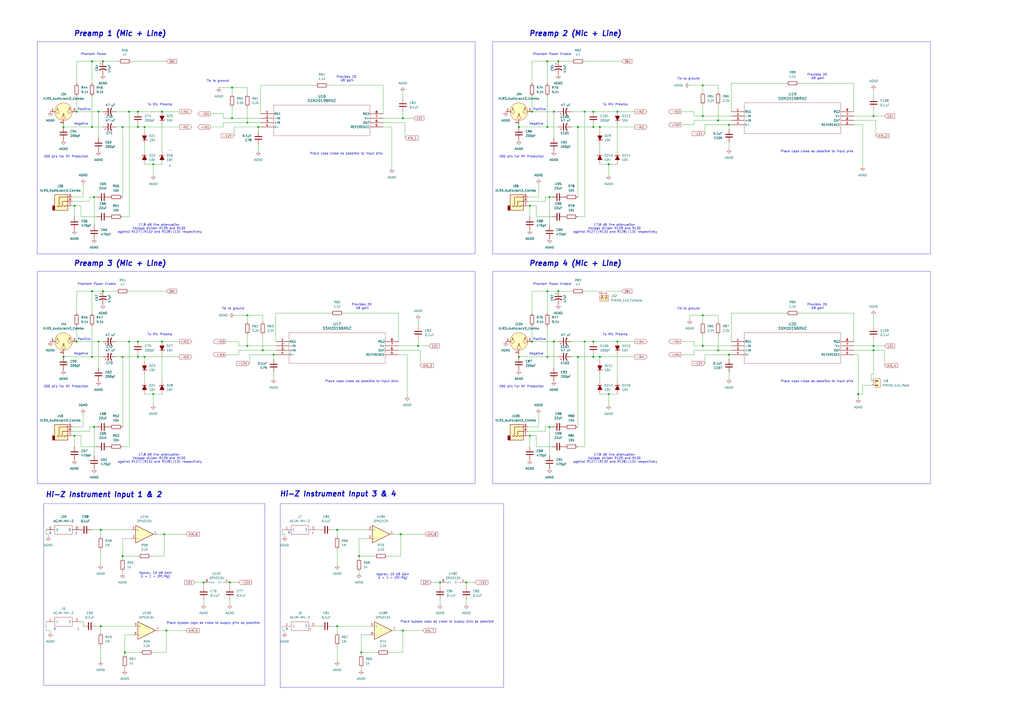
<source format=kicad_sch>
(kicad_sch (version 20231120) (generator "eeschema") (generator_version "8.0")
  (paper "A2")
  (title_block (title "Preamps1"))
  (lib_symbols
    (symbol "Amplifier_Operational:OPA2134" (pin_names (offset 0.127))
      (property "Reference" "U" (at 0 5.08 0))
      (property "Value" "OPA2134" (at 0 -5.08 0))
      (symbol "OPA2134_1_1"
        (pin output line (at 7.62 0 180) (length 2.54) (name "~") (number "1"))
        (pin input line (at -7.62 -2.54 0) (length 2.54) (name "-") (number "2"))
        (pin input line (at -7.62 2.54 0) (length 2.54) (name "+") (number "3"))
      )
      (symbol "OPA2134_2_1"
        (pin input line (at -7.62 2.54 0) (length 2.54) (name "+") (number "5"))
        (pin input line (at -7.62 -2.54 0) (length 2.54) (name "-") (number "6"))
        (pin output line (at 7.62 0 180) (length 2.54) (name "~") (number "7"))
      )
      (symbol "OPA2134_3_1"
        (pin power_in line (at -2.54 -7.62 90) (length 3.81) (name "V-") (number "4"))
        (pin power_in line (at -2.54 7.62 270) (length 3.81) (name "V+") (number "8"))
      )
    )
    (symbol "Connector_Audio:XLR3_AudioJack3_Combo" (pin_names hide)
      (property "Reference" "J" (at 0 10.16 0))
      (property "Value" "XLR3_AudioJack3_Combo" (at 0 7.62 0))
      (symbol "XLR3_AudioJack3_Combo_1_1"
        (text "1" (at -3.556 1.778 0) (effects (font (size 1.016 1.016) (bold yes))))
        (text "2" (at 3.556 1.778 0) (effects (font (size 1.016 1.016) (bold yes))))
        (text "3" (at 0 -1.778 0) (effects (font (size 1.016 1.016) (bold yes))))
        (pin passive line (at -7.62 0 0) (length 2.54) (name "~") (number "1"))
        (pin passive line (at 7.62 0 180) (length 2.54) (name "~") (number "2"))
        (pin passive line (at 0 -7.62 90) (length 2.54) (name "~") (number "3"))
      )
      (symbol "XLR3_AudioJack3_Combo_2_1"
        (pin passive line (at 5.08 0 180) (length 2.54) (name "~") (number "R"))
        (pin passive line (at 5.08 2.54 180) (length 2.54) (name "~") (number "S"))
        (pin passive line (at 5.08 -2.54 180) (length 2.54) (name "~") (number "T"))
      )
    )
    (symbol "Device:C" (pin_numbers hide) (pin_names (offset 0.254))
      (property "Reference" "C" (at 0.635 2.54 0))
      (property "Value" "C" (at 0.635 -2.54 0))
      (symbol "C_1_1"
        (pin passive line (at 0 3.81 270) (length 2.794) (name "~") (number "1"))
        (pin passive line (at 0 -3.81 90) (length 2.794) (name "~") (number "2"))
      )
    )
    (symbol "Device:C_Polarized_US" (pin_numbers hide) (pin_names (offset 0.254) hide)
      (property "Reference" "C" (at 0.635 2.54 0))
      (property "Value" "C_Polarized_US" (at 0.635 -2.54 0))
      (symbol "C_Polarized_US_1_1"
        (pin passive line (at 0 3.81 270) (length 2.794) (name "~") (number "1"))
        (pin passive line (at 0 -3.81 90) (length 3.302) (name "~") (number "2"))
      )
    )
    (symbol "Device:R" (pin_numbers hide) (pin_names (offset 0))
      (property "Reference" "R" (at 2.032 0 90))
      (property "Value" "R" (at 0 0 90))
      (symbol "R_1_1"
        (pin passive line (at 0 3.81 270) (length 1.27) (name "~") (number "1"))
        (pin passive line (at 0 -3.81 90) (length 1.27) (name "~") (number "2"))
      )
    )
    (symbol "PCM_Diode_Zener_AKL:D_Zener_Generic" (pin_numbers hide) (pin_names (offset 1.016) hide)
      (property "Reference" "DZ" (at 0 7.62 0))
      (property "Value" "D_Zener_Generic" (at 0 5.08 0))
      (symbol "D_Zener_Generic_1_1"
        (pin passive line (at 3.81 0 180) (length 2.54) (name "K") (number "1"))
        (pin passive line (at -3.81 0 0) (length 2.54) (name "A") (number "2"))
      )
      (symbol "D_Zener_Generic_1_2"
        (pin passive line (at 2.54 2.54 180) (length 0) (name "K") (number "1"))
        (pin passive line (at -2.54 -2.54 0) (length 0) (name "A") (number "2"))
      )
    )
    (symbol "PCM_SL_Pin_Headers:PINHD_1x2_Female"
      (property "Reference" "J" (at 0 7.62 0))
      (property "Value" "PINHD_1x2_Female" (at 0 5.08 0))
      (symbol "PINHD_1x2_Female_1_1"
        (pin passive line (at -3.81 1.27 0) (length 2.54) (name "") (number "1"))
        (pin passive line (at -3.81 -1.27 0) (length 2.54) (name "") (number "2"))
      )
    )
    (symbol "PCM_SL_Pin_Headers:PINHD_1x2_Male"
      (property "Reference" "J" (at 0 6.35 0))
      (property "Value" "PINHD_1x2_Male" (at 0 3.81 0))
      (symbol "PINHD_1x2_Male_1_1"
        (pin passive line (at -3.81 1.27 0) (length 2.54) (name "") (number "1"))
        (pin passive line (at -3.81 -1.27 0) (length 2.54) (name "") (number "2"))
      )
    )
    (symbol "SDLibrary:SSM2019BRNZ" (pin_names (offset 0.254))
      (property "Reference" "U" (at 35.56 10.16 0))
      (property "Value" "SSM2019BRNZ" (at 35.56 7.62 0))
      (symbol "SSM2019BRNZ_0_1"
        (pin unspecified line (at 0 0 0) (length 7.62) (name "RG1") (number "1"))
        (pin unspecified line (at 0 -2.54 0) (length 7.62) (name "-IN") (number "2"))
        (pin unspecified line (at 0 -5.08 0) (length 7.62) (name "+IN") (number "3"))
        (pin power_in line (at 0 -7.62 0) (length 7.62) (name "V-") (number "4"))
        (pin unspecified line (at 71.12 -7.62 180) (length 7.62) (name "REFERENCE") (number "5"))
        (pin unspecified line (at 71.12 -5.08 180) (length 7.62) (name "OUT") (number "6"))
        (pin power_in line (at 71.12 -2.54 180) (length 7.62) (name "V+") (number "7"))
        (pin unspecified line (at 71.12 0 180) (length 7.62) (name "RG2") (number "8"))
      )
    )
    (symbol "SamacSys_Parts:ACJM-MV-2" (pin_names (offset 0.762))
      (property "Reference" "J" (at 16.51 7.62 0))
      (property "Value" "ACJM-MV-2" (at 16.51 5.08 0))
      (symbol "ACJM-MV-2_0_0"
        (pin passive line (at 20.32 0 180) (length 5.08) (name "1") (number "1"))
        (pin passive line (at 0 0 0) (length 5.08) (name "3") (number "3"))
      )
    )
    (symbol "power:GND" (power) (pin_numbers hide) (pin_names (offset 0) hide)
      (property "Value" "GND" (at 0 -3.81 0))
      (symbol "GND_1_1"
        (pin power_in line (at 0 0 270) (length 0) (name "~") (number "1"))
      )
    )
  )
  (junction (at 71.12 73.66))
  (junction (at 44.45 198.12))
  (junction (at 232.41 309.88))
  (junction (at 83.82 207.01))
  (junction (at 233.68 68.58))
  (junction (at 407.67 182.88))
  (junction (at 422.91 72.39))
  (junction (at 317.5 35.56))
  (junction (at 353.06 95.25))
  (junction (at 347.98 207.01))
  (junction (at 195.58 307.34))
  (junction (at 358.14 198.12))
  (junction (at 344.17 207.01))
  (junction (at 93.98 198.12))
  (junction (at 317.5 73.66))
  (junction (at 209.55 378.46))
  (junction (at 53.34 207.01))
  (junction (at 71.12 322.58))
  (junction (at 318.77 247.65))
  (junction (at 54.61 247.65))
  (junction (at 152.4 203.2))
  (junction (at 347.98 73.66))
  (junction (at 358.14 64.77))
  (junction (at 308.61 198.12))
  (junction (at 58.42 307.34))
  (junction (at 506.73 67.31))
  (junction (at 74.93 198.12))
  (junction (at 96.52 365.76))
  (junction (at 208.28 322.58))
  (junction (at 318.77 114.3))
  (junction (at 93.98 64.77))
  (junction (at 36.83 207.01))
  (junction (at 59.69 168.91))
  (junction (at 339.09 198.12))
  (junction (at 95.25 309.88))
  (junction (at 407.67 200.66))
  (junction (at 321.31 64.77))
  (junction (at 416.56 203.2))
  (junction (at 72.39 378.46))
  (junction (at 497.84 228.6))
  (junction (at 195.58 363.22))
  (junction (at 270.51 337.82))
  (junction (at 307.34 252.73))
  (junction (at 53.34 168.91))
  (junction (at 317.5 168.91))
  (junction (at 43.18 252.73))
  (junction (at 88.9 95.25))
  (junction (at 80.01 64.77))
  (junction (at 57.15 198.12))
  (junction (at 407.67 67.31))
  (junction (at 88.9 228.6))
  (junction (at 83.82 73.66))
  (junction (at 134.62 68.58))
  (junction (at 344.17 64.77))
  (junction (at 143.51 71.12))
  (junction (at 134.62 50.8))
  (junction (at 43.18 119.38))
  (junction (at 344.17 198.12))
  (junction (at 308.61 64.77))
  (junction (at 118.11 337.82))
  (junction (at 59.69 35.56))
  (junction (at 149.86 73.66))
  (junction (at 58.42 363.22))
  (junction (at 321.31 198.12))
  (junction (at 416.56 69.85))
  (junction (at 36.83 73.66))
  (junction (at 422.91 205.74))
  (junction (at 233.68 365.76))
  (junction (at 80.01 198.12))
  (junction (at 71.12 207.01))
  (junction (at 242.57 200.66))
  (junction (at 57.15 64.77))
  (junction (at 133.35 337.82))
  (junction (at 323.85 168.91))
  (junction (at 344.17 73.66))
  (junction (at 143.51 200.66))
  (junction (at 53.34 35.56))
  (junction (at 506.73 200.66))
  (junction (at 317.5 207.01))
  (junction (at 407.67 49.53))
  (junction (at 80.01 207.01))
  (junction (at 158.75 205.74))
  (junction (at 53.34 73.66))
  (junction (at 339.09 64.77))
  (junction (at 74.93 64.77))
  (junction (at 44.45 64.77))
  (junction (at 300.99 207.01))
  (junction (at 335.28 207.01))
  (junction (at 255.27 337.82))
  (junction (at 506.73 203.2))
  (junction (at 335.28 73.66))
  (junction (at 80.01 73.66))
  (junction (at 323.85 35.56))
  (junction (at 54.61 114.3))
  (junction (at 300.99 73.66))
  (junction (at 143.51 182.88))
  (junction (at 353.06 228.6))
  (junction (at 307.34 119.38))
  (wire (pts (xy 53.34 55.88) (xy 53.34 73.66)))
  (wire (pts (xy 71.12 312.42) (xy 76.2 312.42)))
  (wire (pts (xy 52.07 247.65) (xy 52.07 250.19)))
  (wire (pts (xy 416.56 69.85) (xy 402.59 69.85)))
  (wire (pts (xy 308.61 198.12) (xy 321.31 198.12)))
  (wire (pts (xy 54.61 247.65) (xy 52.07 247.65)))
  (wire (pts (xy 407.67 60.96) (xy 407.67 67.31)))
  (wire (pts (xy 222.25 49.53) (xy 222.25 66.04)))
  (wire (pts (xy 506.73 182.88) (xy 506.73 189.23)))
  (wire (pts (xy 231.14 205.74) (xy 236.22 205.74)))
  (wire (pts (xy 43.18 252.73) (xy 46.99 252.73)))
  (wire (pts (xy 26.67 365.76) (xy 26.67 360.68)))
  (wire (pts (xy 43.18 252.73) (xy 43.18 259.08)))
  (wire (pts (xy 129.54 68.58) (xy 134.62 68.58)))
  (wire (pts (xy 67.31 207.01) (xy 71.12 207.01)))
  (wire (pts (xy 308.61 35.56) (xy 308.61 48.26)))
  (wire (pts (xy 222.25 73.66) (xy 227.33 73.66)))
  (wire (pts (xy 497.84 205.74) (xy 497.84 228.6)))
  (wire (pts (xy 209.55 378.46) (xy 209.55 379.73)))
  (wire (pts (xy 339.09 64.77) (xy 344.17 64.77)))
  (wire (pts (xy 46.99 125.73) (xy 55.88 125.73)))
  (wire (pts (xy 53.34 189.23) (xy 53.34 207.01)))
  (wire (pts (xy 306.07 116.84) (xy 316.23 116.84)))
  (wire (pts (xy 118.11 337.82) (xy 118.11 340.36)))
  (wire (pts (xy 54.61 114.3) (xy 52.07 114.3)))
  (wire (pts (xy 306.07 250.19) (xy 316.23 250.19)))
  (wire (pts (xy 93.98 72.39) (xy 93.98 87.63)))
  (wire (pts (xy 193.04 307.34) (xy 195.58 307.34)))
  (wire (pts (xy 318.77 114.3) (xy 316.23 114.3)))
  (wire (pts (xy 53.34 168.91) (xy 59.69 168.91)))
  (wire (pts (xy 407.67 49.53) (xy 407.67 53.34)))
  (wire (pts (xy 27.94 309.88) (xy 27.94 311.15)))
  (wire (pts (xy 233.68 365.76) (xy 233.68 378.46)))
  (wire (pts (xy 43.18 119.38) (xy 46.99 119.38)))
  (wire (pts (xy 143.51 71.12) (xy 129.54 71.12)))
  (wire (pts (xy 231.14 203.2) (xy 243.84 203.2)))
  (wire (pts (xy 46.99 307.34) (xy 45.72 307.34)))
  (wire (pts (xy 231.14 200.66) (xy 242.57 200.66)))
  (wire (pts (xy 54.61 247.65) (xy 54.61 264.16)))
  (wire (pts (xy 149.86 73.66) (xy 149.86 76.2)))
  (wire (pts (xy 344.17 64.77) (xy 358.14 64.77)))
  (wire (pts (xy 208.28 331.47) (xy 208.28 332.74)))
  (wire (pts (xy 497.84 228.6) (xy 497.84 231.14)))
  (wire (pts (xy 347.98 73.66) (xy 347.98 76.2)))
  (wire (pts (xy 335.28 73.66) (xy 344.17 73.66)))
  (wire (pts (xy 422.91 86.36) (xy 422.91 82.55)))
  (wire (pts (xy 317.5 73.66) (xy 323.85 73.66)))
  (wire (pts (xy 358.14 205.74) (xy 358.14 220.98)))
  (wire (pts (xy 228.6 309.88) (xy 232.41 309.88)))
  (wire (pts (xy 83.82 73.66) (xy 104.14 73.66)))
  (wire (pts (xy 143.51 62.23) (xy 143.51 71.12)))
  (wire (pts (xy 96.52 365.76) (xy 92.71 365.76)))
  (wire (pts (xy 27.94 309.88) (xy 26.67 309.88)))
  (wire (pts (xy 300.99 207.01) (xy 300.99 205.74)))
  (wire (pts (xy 312.42 247.65) (xy 312.42 240.03)))
  (wire (pts (xy 331.47 73.66) (xy 335.28 73.66)))
  (wire (pts (xy 160.02 181.61) (xy 160.02 198.12)))
  (wire (pts (xy 308.61 64.77) (xy 321.31 64.77)))
  (wire (pts (xy 308.61 189.23) (xy 308.61 198.12)))
  (wire (pts (xy 133.35 337.82) (xy 133.35 340.36)))
  (wire (pts (xy 344.17 207.01) (xy 347.98 207.01)))
  (wire (pts (xy 495.3 200.66) (xy 506.73 200.66)))
  (wire (pts (xy 58.42 318.77) (xy 58.42 327.66)))
  (wire (pts (xy 321.31 64.77) (xy 323.85 64.77)))
  (wire (pts (xy 83.82 207.01) (xy 83.82 209.55)))
  (wire (pts (xy 72.39 378.46) (xy 81.28 378.46)))
  (wire (pts (xy 495.3 205.74) (xy 497.84 205.74)))
  (wire (pts (xy 76.2 35.56) (xy 96.52 35.56)))
  (wire (pts (xy 317.5 168.91) (xy 323.85 168.91)))
  (wire (pts (xy 422.91 72.39) (xy 422.91 74.93)))
  (wire (pts (xy 339.09 168.91) (xy 349.25 168.91)))
  (wire (pts (xy 347.98 83.82) (xy 347.98 87.63)))
  (wire (pts (xy 353.06 228.6) (xy 353.06 234.95)))
  (wire (pts (xy 133.35 347.98) (xy 133.35 350.52)))
  (wire (pts (xy 83.82 73.66) (xy 83.82 76.2)))
  (wire (pts (xy 402.59 69.85) (xy 402.59 72.39)))
  (wire (pts (xy 190.5 49.53) (xy 222.25 49.53)))
  (wire (pts (xy 199.39 181.61) (xy 231.14 181.61)))
  (wire (pts (xy 88.9 378.46) (xy 96.52 378.46)))
  (wire (pts (xy 48.26 360.68) (xy 48.26 363.22)))
  (wire (pts (xy 93.98 198.12) (xy 104.14 198.12)))
  (wire (pts (xy 55.88 363.22) (xy 58.42 363.22)))
  (wire (pts (xy 149.86 73.66) (xy 151.13 73.66)))
  (wire (pts (xy 96.52 365.76) (xy 96.52 378.46)))
  (wire (pts (xy 233.68 68.58) (xy 240.03 68.58)))
  (wire (pts (xy 143.51 182.88) (xy 143.51 186.69)))
  (wire (pts (xy 130.81 198.12) (xy 138.43 198.12)))
  (wire (pts (xy 83.82 217.17) (xy 83.82 220.98)))
  (wire (pts (xy 46.99 360.68) (xy 48.26 360.68)))
  (wire (pts (xy 193.04 363.22) (xy 195.58 363.22)))
  (wire (pts (xy 497.84 228.6) (xy 500.38 228.6)))
  (wire (pts (xy 236.22 205.74) (xy 236.22 229.87)))
  (wire (pts (xy 43.18 119.38) (xy 43.18 125.73)))
  (wire (pts (xy 163.83 365.76) (xy 163.83 363.22)))
  (wire (pts (xy 58.42 307.34) (xy 58.42 311.15)))
  (wire (pts (xy 353.06 95.25) (xy 353.06 101.6)))
  (wire (pts (xy 53.34 73.66) (xy 59.69 73.66)))
  (wire (pts (xy 144.78 205.74) (xy 144.78 210.82)))
  (wire (pts (xy 129.54 71.12) (xy 129.54 73.66)))
  (wire (pts (xy 270.51 337.82) (xy 270.51 340.36)))
  (wire (pts (xy 41.91 116.84) (xy 52.07 116.84)))
  (wire (pts (xy 44.45 35.56) (xy 44.45 48.26)))
  (wire (pts (xy 57.15 64.77) (xy 57.15 80.01)))
  (wire (pts (xy 227.33 73.66) (xy 227.33 97.79)))
  (wire (pts (xy 424.18 48.26) (xy 424.18 64.77)))
  (wire (pts (xy 308.61 35.56) (xy 317.5 35.56)))
  (wire (pts (xy 129.54 66.04) (xy 129.54 68.58)))
  (wire (pts (xy 29.21 365.76) (xy 26.67 365.76)))
  (wire (pts (xy 402.59 200.66) (xy 407.67 200.66)))
  (wire (pts (xy 80.01 207.01) (xy 83.82 207.01)))
  (wire (pts (xy 88.9 228.6) (xy 88.9 234.95)))
  (wire (pts (xy 57.15 64.77) (xy 59.69 64.77)))
  (wire (pts (xy 59.69 35.56) (xy 68.58 35.56)))
  (wire (pts (xy 495.3 48.26) (xy 495.3 64.77)))
  (wire (pts (xy 424.18 69.85) (xy 416.56 69.85)))
  (wire (pts (xy 316.23 114.3) (xy 316.23 116.84)))
  (wire (pts (xy 93.98 205.74) (xy 93.98 220.98)))
  (wire (pts (xy 53.34 207.01) (xy 59.69 207.01)))
  (wire (pts (xy 48.26 114.3) (xy 48.26 106.68)))
  (wire (pts (xy 195.58 363.22) (xy 195.58 367.03)))
  (wire (pts (xy 422.91 72.39) (xy 424.18 72.39)))
  (wire (pts (xy 149.86 87.63) (xy 149.86 83.82)))
  (wire (pts (xy 41.91 252.73) (xy 43.18 252.73)))
  (wire (pts (xy 138.43 200.66) (xy 143.51 200.66)))
  (wire (pts (xy 335.28 207.01) (xy 335.28 247.65)))
  (wire (pts (xy 422.91 205.74) (xy 422.91 208.28)))
  (wire (pts (xy 402.59 64.77) (xy 402.59 67.31)))
  (wire (pts (xy 71.12 73.66) (xy 80.01 73.66)))
  (wire (pts (xy 151.13 71.12) (xy 143.51 71.12)))
  (wire (pts (xy 88.9 95.25) (xy 93.98 95.25)))
  (wire (pts (xy 80.01 73.66) (xy 83.82 73.66)))
  (wire (pts (xy 152.4 182.88) (xy 152.4 186.69)))
  (wire (pts (xy 317.5 55.88) (xy 317.5 73.66)))
  (wire (pts (xy 158.75 219.71) (xy 158.75 215.9)))
  (wire (pts (xy 165.1 365.76) (xy 165.1 367.03)))
  (wire (pts (xy 255.27 347.98) (xy 255.27 350.52)))
  (wire (pts (xy 506.73 67.31) (xy 513.08 67.31)))
  (wire (pts (xy 407.67 200.66) (xy 424.18 200.66)))
  (wire (pts (xy 347.98 217.17) (xy 347.98 220.98)))
  (wire (pts (xy 138.43 205.74) (xy 130.81 205.74)))
  (wire (pts (xy 335.28 259.08) (xy 339.09 259.08)))
  (wire (pts (xy 77.47 368.3) (xy 72.39 368.3)))
  (wire (pts (xy 88.9 95.25) (xy 88.9 101.6)))
  (wire (pts (xy 318.77 114.3) (xy 318.77 130.81)))
  (wire (pts (xy 143.51 200.66) (xy 160.02 200.66)))
  (wire (pts (xy 83.82 83.82) (xy 83.82 87.63)))
  (wire (pts (xy 72.39 378.46) (xy 72.39 379.73)))
  (wire (pts (xy 208.28 322.58) (xy 208.28 323.85)))
  (wire (pts (xy 358.14 198.12) (xy 368.3 198.12)))
  (wire (pts (xy 400.05 49.53) (xy 407.67 49.53)))
  (wire (pts (xy 335.28 125.73) (xy 339.09 125.73)))
  (wire (pts (xy 400.05 182.88) (xy 400.05 185.42)))
  (wire (pts (xy 36.83 207.01) (xy 36.83 205.74)))
  (wire (pts (xy 58.42 363.22) (xy 77.47 363.22)))
  (wire (pts (xy 53.34 35.56) (xy 53.34 48.26)))
  (wire (pts (xy 317.5 35.56) (xy 323.85 35.56)))
  (wire (pts (xy 331.47 207.01) (xy 335.28 207.01)))
  (wire (pts (xy 506.73 203.2) (xy 506.73 217.17)))
  (wire (pts (xy 335.28 207.01) (xy 344.17 207.01)))
  (wire (pts (xy 29.21 365.76) (xy 29.21 367.03)))
  (wire (pts (xy 44.45 168.91) (xy 44.45 181.61)))
  (wire (pts (xy 67.31 198.12) (xy 74.93 198.12)))
  (wire (pts (xy 91.44 309.88) (xy 95.25 309.88)))
  (wire (pts (xy 195.58 374.65) (xy 195.58 383.54)))
  (wire (pts (xy 455.93 48.26) (xy 424.18 48.26)))
  (wire (pts (xy 353.06 228.6) (xy 358.14 228.6)))
  (wire (pts (xy 163.83 307.34) (xy 163.83 309.88)))
  (wire (pts (xy 416.56 60.96) (xy 416.56 69.85)))
  (wire (pts (xy 506.73 63.5) (xy 506.73 67.31)))
  (wire (pts (xy 408.94 72.39) (xy 408.94 77.47)))
  (wire (pts (xy 506.73 217.17) (xy 505.46 217.17)))
  (wire (pts (xy 208.28 312.42) (xy 208.28 322.58)))
  (wire (pts (xy 80.01 198.12) (xy 93.98 198.12)))
  (wire (pts (xy 331.47 64.77) (xy 339.09 64.77)))
  (wire (pts (xy 88.9 228.6) (xy 93.98 228.6)))
  (wire (pts (xy 300.99 73.66) (xy 317.5 73.66)))
  (wire (pts (xy 55.88 247.65) (xy 54.61 247.65)))
  (wire (pts (xy 83.82 95.25) (xy 88.9 95.25)))
  (wire (pts (xy 317.5 35.56) (xy 317.5 48.26)))
  (wire (pts (xy 71.12 322.58) (xy 71.12 323.85)))
  (wire (pts (xy 394.97 64.77) (xy 402.59 64.77)))
  (wire (pts (xy 231.14 181.61) (xy 231.14 198.12)))
  (wire (pts (xy 41.91 114.3) (xy 48.26 114.3)))
  (wire (pts (xy 400.05 182.88) (xy 407.67 182.88)))
  (wire (pts (xy 323.85 168.91) (xy 331.47 168.91)))
  (wire (pts (xy 317.5 168.91) (xy 317.5 181.61)))
  (wire (pts (xy 71.12 125.73) (xy 74.93 125.73)))
  (wire (pts (xy 495.3 181.61) (xy 495.3 198.12)))
  (wire (pts (xy 402.59 203.2) (xy 402.59 205.74)))
  (wire (pts (xy 67.31 73.66) (xy 71.12 73.66)))
  (wire (pts (xy 300.99 73.66) (xy 300.99 72.39)))
  (wire (pts (xy 407.67 182.88) (xy 407.67 186.69)))
  (wire (pts (xy 151.13 49.53) (xy 151.13 66.04)))
  (wire (pts (xy 513.08 203.2) (xy 513.08 212.09)))
  (wire (pts (xy 506.73 200.66) (xy 513.08 200.66)))
  (wire (pts (xy 320.04 247.65) (xy 318.77 247.65)))
  (wire (pts (xy 41.91 247.65) (xy 48.26 247.65)))
  (wire (pts (xy 306.07 247.65) (xy 312.42 247.65)))
  (wire (pts (xy 224.79 322.58) (xy 232.41 322.58)))
  (wire (pts (xy 307.34 252.73) (xy 311.15 252.73)))
  (wire (pts (xy 270.51 347.98) (xy 270.51 350.52)))
  (wire (pts (xy 422.91 219.71) (xy 422.91 215.9)))
  (wire (pts (xy 74.93 198.12) (xy 80.01 198.12)))
  (wire (pts (xy 44.45 55.88) (xy 44.45 64.77)))
  (wire (pts (xy 195.58 307.34) (xy 195.58 311.15)))
  (wire (pts (xy 127 50.8) (xy 134.62 50.8)))
  (wire (pts (xy 311.15 259.08) (xy 320.04 259.08)))
  (wire (pts (xy 133.35 337.82) (xy 138.43 337.82)))
  (wire (pts (xy 331.47 198.12) (xy 339.09 198.12)))
  (wire (pts (xy 44.45 35.56) (xy 53.34 35.56)))
  (wire (pts (xy 214.63 368.3) (xy 209.55 368.3)))
  (wire (pts (xy 416.56 194.31) (xy 416.56 203.2)))
  (wire (pts (xy 508 69.85) (xy 508 78.74)))
  (wire (pts (xy 71.12 207.01) (xy 80.01 207.01)))
  (wire (pts (xy 59.69 168.91) (xy 67.31 168.91)))
  (wire (pts (xy 317.5 189.23) (xy 317.5 207.01)))
  (wire (pts (xy 335.28 73.66) (xy 335.28 114.3)))
  (wire (pts (xy 185.42 363.22) (xy 184.15 363.22)))
  (wire (pts (xy 58.42 374.65) (xy 58.42 383.54)))
  (wire (pts (xy 74.93 259.08) (xy 74.93 198.12)))
  (wire (pts (xy 339.09 35.56) (xy 360.68 35.56)))
  (wire (pts (xy 71.12 312.42) (xy 71.12 322.58)))
  (wire (pts (xy 71.12 73.66) (xy 71.12 114.3)))
  (wire (pts (xy 317.5 207.01) (xy 323.85 207.01)))
  (wire (pts (xy 311.15 125.73) (xy 320.04 125.73)))
  (wire (pts (xy 46.99 119.38) (xy 46.99 125.73)))
  (wire (pts (xy 232.41 309.88) (xy 232.41 322.58)))
  (wire (pts (xy 135.89 182.88) (xy 143.51 182.88)))
  (wire (pts (xy 121.92 66.04) (xy 129.54 66.04)))
  (wire (pts (xy 408.94 72.39) (xy 422.91 72.39)))
  (wire (pts (xy 135.89 73.66) (xy 149.86 73.66)))
  (wire (pts (xy 36.83 207.01) (xy 53.34 207.01)))
  (wire (pts (xy 347.98 207.01) (xy 368.3 207.01)))
  (wire (pts (xy 347.98 73.66) (xy 368.3 73.66)))
  (wire (pts (xy 505.46 217.17) (xy 505.46 220.98)))
  (wire (pts (xy 96.52 365.76) (xy 107.95 365.76)))
  (wire (pts (xy 72.39 368.3) (xy 72.39 378.46)))
  (wire (pts (xy 143.51 182.88) (xy 152.4 182.88)))
  (wire (pts (xy 195.58 318.77) (xy 195.58 327.66)))
  (wire (pts (xy 67.31 64.77) (xy 74.93 64.77)))
  (wire (pts (xy 93.98 64.77) (xy 104.14 64.77)))
  (wire (pts (xy 243.84 203.2) (xy 243.84 212.09)))
  (wire (pts (xy 339.09 125.73) (xy 339.09 64.77)))
  (wire (pts (xy 83.82 228.6) (xy 88.9 228.6)))
  (wire (pts (xy 353.06 95.25) (xy 358.14 95.25)))
  (wire (pts (xy 46.99 259.08) (xy 55.88 259.08)))
  (wire (pts (xy 152.4 203.2) (xy 138.43 203.2)))
  (wire (pts (xy 158.75 205.74) (xy 160.02 205.74)))
  (wire (pts (xy 306.07 119.38) (xy 307.34 119.38)))
  (wire (pts (xy 80.01 72.39) (xy 80.01 73.66)))
  (wire (pts (xy 134.62 62.23) (xy 134.62 68.58)))
  (wire (pts (xy 311.15 119.38) (xy 311.15 125.73)))
  (wire (pts (xy 422.91 205.74) (xy 424.18 205.74)))
  (wire (pts (xy 135.89 73.66) (xy 135.89 78.74)))
  (wire (pts (xy 318.77 247.65) (xy 318.77 264.16)))
  (wire (pts (xy 312.42 114.3) (xy 312.42 106.68)))
  (wire (pts (xy 321.31 64.77) (xy 321.31 80.01)))
  (wire (pts (xy 311.15 252.73) (xy 311.15 259.08)))
  (wire (pts (xy 339.09 198.12) (xy 344.17 198.12)))
  (wire (pts (xy 74.93 64.77) (xy 80.01 64.77)))
  (wire (pts (xy 209.55 378.46) (xy 218.44 378.46)))
  (wire (pts (xy 270.51 337.82) (xy 275.59 337.82)))
  (wire (pts (xy 138.43 198.12) (xy 138.43 200.66)))
  (wire (pts (xy 72.39 387.35) (xy 72.39 388.62)))
  (wire (pts (xy 191.77 181.61) (xy 160.02 181.61)))
  (wire (pts (xy 344.17 72.39) (xy 344.17 73.66)))
  (wire (pts (xy 402.59 205.74) (xy 394.97 205.74)))
  (wire (pts (xy 344.17 205.74) (xy 344.17 207.01)))
  (wire (pts (xy 344.17 198.12) (xy 358.14 198.12)))
  (wire (pts (xy 208.28 322.58) (xy 217.17 322.58)))
  (wire (pts (xy 344.17 73.66) (xy 347.98 73.66)))
  (wire (pts (xy 307.34 252.73) (xy 307.34 259.08)))
  (wire (pts (xy 195.58 307.34) (xy 213.36 307.34)))
  (wire (pts (xy 44.45 198.12) (xy 57.15 198.12)))
  (wire (pts (xy 95.25 309.88) (xy 95.25 322.58)))
  (wire (pts (xy 242.57 200.66) (xy 248.92 200.66)))
  (wire (pts (xy 232.41 309.88) (xy 246.38 309.88)))
  (wire (pts (xy 44.45 64.77) (xy 57.15 64.77)))
  (wire (pts (xy 463.55 181.61) (xy 495.3 181.61)))
  (wire (pts (xy 416.56 49.53) (xy 416.56 53.34)))
  (wire (pts (xy 160.02 203.2) (xy 152.4 203.2)))
  (wire (pts (xy 165.1 365.76) (xy 163.83 365.76)))
  (wire (pts (xy 320.04 114.3) (xy 318.77 114.3)))
  (wire (pts (xy 95.25 309.88) (xy 107.95 309.88)))
  (wire (pts (xy 402.59 198.12) (xy 402.59 200.66)))
  (wire (pts (xy 74.93 168.91) (xy 96.52 168.91)))
  (wire (pts (xy 506.73 196.85) (xy 506.73 200.66)))
  (wire (pts (xy 134.62 50.8) (xy 134.62 54.61)))
  (wire (pts (xy 402.59 72.39) (xy 394.97 72.39)))
  (wire (pts (xy 233.68 365.76) (xy 245.11 365.76)))
  (wire (pts (xy 222.25 71.12) (xy 234.95 71.12)))
  (wire (pts (xy 321.31 198.12) (xy 323.85 198.12)))
  (wire (pts (xy 339.09 259.08) (xy 339.09 198.12)))
  (wire (pts (xy 134.62 50.8) (xy 143.51 50.8)))
  (wire (pts (xy 500.38 228.6) (xy 500.38 223.52)))
  (wire (pts (xy 158.75 205.74) (xy 158.75 208.28)))
  (wire (pts (xy 52.07 114.3) (xy 52.07 116.84)))
  (wire (pts (xy 455.93 181.61) (xy 424.18 181.61)))
  (wire (pts (xy 500.38 223.52) (xy 505.46 223.52)))
  (wire (pts (xy 394.97 198.12) (xy 402.59 198.12)))
  (wire (pts (xy 163.83 309.88) (xy 165.1 309.88)))
  (wire (pts (xy 44.45 189.23) (xy 44.45 198.12)))
  (wire (pts (xy 495.3 69.85) (xy 508 69.85)))
  (wire (pts (xy 113.03 337.82) (xy 118.11 337.82)))
  (wire (pts (xy 36.83 73.66) (xy 53.34 73.66)))
  (wire (pts (xy 58.42 307.34) (xy 76.2 307.34)))
  (wire (pts (xy 36.83 73.66) (xy 36.83 72.39)))
  (wire (pts (xy 500.38 72.39) (xy 500.38 96.52)))
  (wire (pts (xy 347.98 228.6) (xy 353.06 228.6)))
  (wire (pts (xy 209.55 387.35) (xy 209.55 388.62)))
  (wire (pts (xy 83.82 207.01) (xy 104.14 207.01)))
  (wire (pts (xy 87.63 322.58) (xy 95.25 322.58)))
  (wire (pts (xy 53.34 35.56) (xy 59.69 35.56)))
  (wire (pts (xy 408.94 205.74) (xy 422.91 205.74)))
  (wire (pts (xy 250.19 337.82) (xy 255.27 337.82)))
  (wire (pts (xy 358.14 72.39) (xy 358.14 87.63)))
  (wire (pts (xy 71.12 322.58) (xy 80.01 322.58)))
  (wire (pts (xy 129.54 73.66) (xy 121.92 73.66)))
  (wire (pts (xy 222.25 68.58) (xy 233.68 68.58)))
  (wire (pts (xy 55.88 114.3) (xy 54.61 114.3)))
  (wire (pts (xy 407.67 49.53) (xy 416.56 49.53)))
  (wire (pts (xy 152.4 194.31) (xy 152.4 203.2)))
  (wire (pts (xy 143.51 194.31) (xy 143.51 200.66)))
  (wire (pts (xy 233.68 53.34) (xy 233.68 57.15)))
  (wire (pts (xy 402.59 67.31) (xy 407.67 67.31)))
  (wire (pts (xy 347.98 95.25) (xy 353.06 95.25)))
  (wire (pts (xy 308.61 55.88) (xy 308.61 64.77)))
  (wire (pts (xy 44.45 168.91) (xy 53.34 168.91)))
  (wire (pts (xy 165.1 309.88) (xy 165.1 311.15)))
  (wire (pts (xy 307.34 119.38) (xy 307.34 125.73)))
  (wire (pts (xy 53.34 168.91) (xy 53.34 181.61)))
  (wire (pts (xy 209.55 368.3) (xy 209.55 378.46)))
  (wire (pts (xy 347.98 207.01) (xy 347.98 209.55)))
  (wire (pts (xy 307.34 119.38) (xy 311.15 119.38)))
  (wire (pts (xy 323.85 35.56) (xy 331.47 35.56)))
  (wire (pts (xy 300.99 207.01) (xy 317.5 207.01)))
  (wire (pts (xy 134.62 68.58) (xy 151.13 68.58)))
  (wire (pts (xy 46.99 252.73) (xy 46.99 259.08)))
  (wire (pts (xy 506.73 52.07) (xy 506.73 55.88)))
  (wire (pts (xy 463.55 48.26) (xy 495.3 48.26)))
  (wire (pts (xy 407.67 194.31) (xy 407.67 200.66)))
  (wire (pts (xy 144.78 205.74) (xy 158.75 205.74)))
  (wire (pts (xy 407.67 182.88) (xy 416.56 182.88)))
  (wire (pts (xy 308.61 168.91) (xy 308.61 181.61)))
  (wire (pts (xy 242.57 196.85) (xy 242.57 200.66)))
  (wire (pts (xy 71.12 259.08) (xy 74.93 259.08)))
  (wire (pts (xy 74.93 125.73) (xy 74.93 64.77)))
  (wire (pts (xy 41.91 250.19) (xy 52.07 250.19)))
  (wire (pts (xy 407.67 67.31) (xy 424.18 67.31)))
  (wire (pts (xy 424.18 181.61) (xy 424.18 198.12)))
  (wire (pts (xy 80.01 64.77) (xy 93.98 64.77)))
  (wire (pts (xy 233.68 64.77) (xy 233.68 68.58)))
  (wire (pts (xy 316.23 247.65) (xy 316.23 250.19)))
  (wire (pts (xy 495.3 203.2) (xy 506.73 203.2)))
  (wire (pts (xy 57.15 198.12) (xy 57.15 213.36)))
  (wire (pts (xy 408.94 205.74) (xy 408.94 210.82)))
  (wire (pts (xy 233.68 365.76) (xy 229.87 365.76)))
  (wire (pts (xy 58.42 363.22) (xy 58.42 367.03)))
  (wire (pts (xy 358.14 64.77) (xy 368.3 64.77)))
  (wire (pts (xy 57.15 198.12) (xy 59.69 198.12)))
  (wire (pts (xy 226.06 378.46) (xy 233.68 378.46)))
  (wire (pts (xy 242.57 185.42) (xy 242.57 189.23)))
  (wire (pts (xy 48.26 247.65) (xy 48.26 240.03)))
  (wire (pts (xy 234.95 71.12) (xy 234.95 80.01)))
  (wire (pts (xy 41.91 119.38) (xy 43.18 119.38)))
  (wire (pts (xy 321.31 198.12) (xy 321.31 213.36)))
  (wire (pts (xy 71.12 331.47) (xy 71.12 332.74)))
  (wire (pts (xy 495.3 72.39) (xy 500.38 72.39)))
  (wire (pts (xy 306.07 114.3) (xy 312.42 114.3)))
  (wire (pts (xy 184.15 307.34) (xy 185.42 307.34)))
  (wire (pts (xy 138.43 203.2) (xy 138.43 205.74)))
  (wire (pts (xy 53.34 307.34) (xy 58.42 307.34)))
  (wire (pts (xy 208.28 312.42) (xy 213.36 312.42)))
  (wire (pts (xy 195.58 363.22) (xy 214.63 363.22)))
  (wire (pts (xy 495.3 67.31) (xy 506.73 67.31)))
  (wire (pts (xy 351.79 168.91) (xy 360.68 168.91)))
  (wire (pts (xy 80.01 205.74) (xy 80.01 207.01)))
  (wire (pts (xy 416.56 182.88) (xy 416.56 186.69)))
  (wire (pts (xy 318.77 247.65) (xy 316.23 247.65)))
  (wire (pts (xy 54.61 114.3) (xy 54.61 130.81)))
  (wire (pts (xy 71.12 207.01) (xy 71.12 247.65)))
  (wire (pts (xy 306.07 252.73) (xy 307.34 252.73)))
  (wire (pts (xy 308.61 168.91) (xy 317.5 168.91)))
  (wire (pts (xy 416.56 203.2) (xy 402.59 203.2)))
  (wire (pts (xy 506.73 203.2) (xy 513.08 203.2)))
  (wire (pts (xy 182.88 49.53) (xy 151.13 49.53)))
  (wire (pts (xy 26.67 309.88) (xy 26.67 307.34)))
  (wire (pts (xy 255.27 337.82) (xy 255.27 340.36)))
  (wire (pts (xy 143.51 50.8) (xy 143.51 54.61)))
  (wire (pts (xy 118.11 347.98) (xy 118.11 350.52)))
  (wire (pts (xy 424.18 203.2) (xy 416.56 203.2)))
  (rectangle (start 285.75 24.13) (end 539.75 147.32))
  (rectangle (start 21.59 157.48) (end 275.59 280.67))
  (rectangle (start 21.59 24.13) (end 275.59 147.32))
  (rectangle (start 162.56 292.1) (end 292.1 398.78))
  (rectangle (start 285.75 157.48) (end 539.75 280.67))
  (rectangle (start 25.4 292.1) (end 153.67 397.51))
  (text "Phantom Power Enable" (at 320.294 31.496 0) (effects (font (size 1.27 1.27))))
  (text "Preamp 3 (Mic + Line)" (at 69.596 152.908 0) (effects (font (size 3 3) (thickness 0.6) (bold yes) (italic yes))))
  (text "+" (at 98.552 96.266 0) (effects (font (size 1.27 1.27))))
  (text "Positive" (at 312.928 196.85 0) (effects (font (size 1.27 1.27))))
  (text "To Mic Preamp" (at 92.71 194.056 0) (effects (font (size 1.27 1.27))))
  (text "200 pFs For RF Protection\n" (at 38.354 90.932 0) (effects (font (size 1.27 1.27))))
  (text "Approx. 10 dB Gain\nG = 1 + (Rf/Rg)" (at 90.17 333.502 0) (effects (font (size 1.27 1.27))))
  (text "T" (at 181.356 309.626 0) (effects (font (size 1.27 1.27))))
  (text "T" (at 180.086 365.506 0) (effects (font (size 1.27 1.27))))
  (text "Place caps close as possible to input pins" (at 209.804 221.234 0) (effects (font (size 1.27 1.27))))
  (text "S" (at 31.75 364.998 0) (effects (font (size 1.27 1.27))))
  (text "T" (at 45.466 365.506 0) (effects (font (size 1.27 1.27))))
  (text "S" (at 167.64 309.118 0) (effects (font (size 1.27 1.27))))
  (text "Phantom Power Enable" (at 56.134 164.846 0) (effects (font (size 1.27 1.27))))
  (text "Hi-Z Instrument Input 1 & 2\n" (at 60.198 287.02 0) (effects (font (size 3 3) (thickness 0.6) (bold yes) (italic yes))))
  (text "17.8 dB line attenuation \nVoltage divider R129 and R130 \nagainst R127||R132 and R128||131 respectively\n\n" (at 356.87 133.604 0) (effects (font (size 1.27 1.27))))
  (text "17.8 dB line attenuation \nVoltage divider R129 and R130 \nagainst R127||R132 and R128||131 respectively\n\n" (at 92.71 133.604 0) (effects (font (size 1.27 1.27))))
  (text "S" (at 166.37 364.998 0) (effects (font (size 1.27 1.27))))
  (text "Place caps close as possible to input pins" (at 473.964 221.234 0) (effects (font (size 1.27 1.27))))
  (text "To Mic Preamp" (at 356.87 194.056 0) (effects (font (size 1.27 1.27))))
  (text "Phantom Power\n" (at 54.356 31.496 0) (effects (font (size 1.27 1.27))))
  (text "200 pFs For RF Protection\n" (at 302.514 224.282 0) (effects (font (size 1.27 1.27))))
  (text "Provides 20\n dB gain" (at 209.804 177.8 0) (effects (font (size 1.27 1.27))))
  (text "To Mic Preamp" (at 356.87 60.706 0) (effects (font (size 1.27 1.27))))
  (text "Negative\n" (at 311.15 71.882 0) (effects (font (size 1.27 1.27))))
  (text "Preamp 2 (Mic + Line)" (at 333.756 19.558 0) (effects (font (size 3 3) (thickness 0.6) (bold yes) (italic yes))))
  (text "200 pFs For RF Protection\n" (at 302.514 90.932 0) (effects (font (size 1.27 1.27))))
  (text "-" (at 98.806 87.376 0) (effects (font (size 1.27 1.27))))
  (text "Negative\n" (at 311.15 205.232 0) (effects (font (size 1.27 1.27))))
  (text "Tie to ground\n" (at 399.288 45.72 0) (effects (font (size 1.27 1.27))))
  (text "Negative\n" (at 46.99 205.232 0) (effects (font (size 1.27 1.27))))
  (text "Negative\n" (at 46.99 71.882 0) (effects (font (size 1.27 1.27))))
  (text "17.8 dB line attenuation \nVoltage divider R129 and R130 \nagainst R127||R132 and R128||131 respectively\n\n" (at 356.87 266.954 0) (effects (font (size 1.27 1.27))))
  (text "To Mic Preamp" (at 92.71 60.706 0) (effects (font (size 1.27 1.27))))
  (text "Positive" (at 48.768 63.5 0) (effects (font (size 1.27 1.27))))
  (text "Hi-Z Instrument Input 3 & 4\n\n" (at 196.088 289.052 0) (effects (font (size 3 3) (thickness 0.6) (bold yes) (italic yes))))
  (text "Place bypass caps as close to supply pins as possible" (at 259.334 360.68 0) (effects (font (size 1.27 1.27))))
  (text "Tie to ground\n" (at 399.288 179.07 0) (effects (font (size 1.27 1.27))))
  (text "Approx. 10 dB Gain\nG = 1 + (Rf/Rg)" (at 227.838 334.264 0) (effects (font (size 1.27 1.27))))
  (text "Tie to ground\n" (at 126.238 46.99 0) (effects (font (size 1.27 1.27))))
  (text "S" (at 29.21 309.372 0) (effects (font (size 1.27 1.27))))
  (text "Phantom Power Enable" (at 320.294 164.846 0) (effects (font (size 1.27 1.27))))
  (text "200 pFs For RF Protection\n" (at 38.354 224.282 0) (effects (font (size 1.27 1.27))))
  (text "T" (at 44.196 309.626 0) (effects (font (size 1.27 1.27))))
  (text "Place caps close as possible to input pins" (at 473.964 87.884 0) (effects (font (size 1.27 1.27))))
  (text "Provides 20\n dB gain" (at 200.914 45.72 0) (effects (font (size 1.27 1.27))))
  (text "Preamp 1 (Mic + Line)" (at 69.596 19.558 0) (effects (font (size 3 3) (thickness 0.6) (bold yes) (italic yes))))
  (text "Provides 20\n dB gain" (at 473.964 44.45 0) (effects (font (size 1.27 1.27))))
  (text "Positive" (at 312.928 63.5 0) (effects (font (size 1.27 1.27))))
  (text "Positive" (at 48.768 196.85 0) (effects (font (size 1.27 1.27))))
  (text "Place bypass caps as close to supply pins as possible" (at 123.698 361.442 0) (effects (font (size 1.27 1.27))))
  (text "Provides 20\n dB gain" (at 473.964 177.8 0) (effects (font (size 1.27 1.27))))
  (text "17.8 dB line attenuation \nVoltage divider R129 and R130 \nagainst R127||R132 and R128||131 respectively\n\n" (at 92.71 266.954 0) (effects (font (size 1.27 1.27))))
  (text "Preamp 4 (Mic + Line)" (at 333.756 152.908 0) (effects (font (size 3 3) (thickness 0.6) (bold yes) (italic yes))))
  (text "Place caps close as possible to input pins" (at 200.914 89.154 0) (effects (font (size 1.27 1.27))))
  (text "Tie to ground\n" (at 135.128 179.07 0) (effects (font (size 1.27 1.27))))
  (global_label "+IN1" (shape output) (at 121.92 73.66 180) (property "Intersheetrefs" "${INTERSHEET_REFS}" (effects (hide yes))))
  (global_label "AIN_4" (shape input) (at 513.08 212.09 0) (property "Intersheetrefs" "${INTERSHEET_REFS}" (effects (hide yes))))
  (global_label "12V" (shape input) (at 248.92 200.66 0) (property "Intersheetrefs" "${INTERSHEET_REFS}" (effects (hide yes))))
  (global_label "-IN4" (shape output) (at 394.97 198.12 180) (property "Intersheetrefs" "${INTERSHEET_REFS}" (effects (hide yes))))
  (global_label "AIN_3" (shape input) (at 243.84 212.09 0) (property "Intersheetrefs" "${INTERSHEET_REFS}" (effects (hide yes))))
  (global_label "+IN1" (shape output) (at 104.14 64.77 0) (property "Intersheetrefs" "${INTERSHEET_REFS}" (effects (hide yes))))
  (global_label "36V" (shape input) (at 360.68 168.91 0) (property "Intersheetrefs" "${INTERSHEET_REFS}" (effects (hide yes))))
  (global_label "-12V" (shape input) (at 144.78 210.82 180) (property "Intersheetrefs" "${INTERSHEET_REFS}" (effects (hide yes))))
  (global_label "-IN2" (shape output) (at 368.3 73.66 0) (property "Intersheetrefs" "${INTERSHEET_REFS}" (effects (hide yes))))
  (global_label "-12V" (shape input) (at 138.43 337.82 0) (property "Intersheetrefs" "${INTERSHEET_REFS}" (effects (hide yes))))
  (global_label "12V" (shape input) (at 250.19 337.82 180) (property "Intersheetrefs" "${INTERSHEET_REFS}" (effects (hide yes))))
  (global_label "AIN_6" (shape input) (at 107.95 309.88 0) (property "Intersheetrefs" "${INTERSHEET_REFS}" (effects (hide yes))))
  (global_label "12V" (shape input) (at 240.03 68.58 0) (property "Intersheetrefs" "${INTERSHEET_REFS}" (effects (hide yes))))
  (global_label "-12V" (shape input) (at 408.94 77.47 180) (property "Intersheetrefs" "${INTERSHEET_REFS}" (effects (hide yes))))
  (global_label "12V" (shape input) (at 113.03 337.82 180) (property "Intersheetrefs" "${INTERSHEET_REFS}" (effects (hide yes))))
  (global_label "AIN_5" (shape input) (at 107.95 365.76 0) (property "Intersheetrefs" "${INTERSHEET_REFS}" (effects (hide yes))))
  (global_label "-IN2" (shape output) (at 394.97 64.77 180) (property "Intersheetrefs" "${INTERSHEET_REFS}" (effects (hide yes))))
  (global_label "-IN3" (shape output) (at 104.14 207.01 0) (property "Intersheetrefs" "${INTERSHEET_REFS}" (effects (hide yes))))
  (global_label "-12V" (shape input) (at 408.94 210.82 180) (property "Intersheetrefs" "${INTERSHEET_REFS}" (effects (hide yes))))
  (global_label "36V" (shape input) (at 360.68 35.56 0) (property "Intersheetrefs" "${INTERSHEET_REFS}" (effects (hide yes))))
  (global_label "AIN_8" (shape input) (at 246.38 309.88 0) (property "Intersheetrefs" "${INTERSHEET_REFS}" (effects (hide yes))))
  (global_label "-IN1" (shape output) (at 121.92 66.04 180) (property "Intersheetrefs" "${INTERSHEET_REFS}" (effects (hide yes))))
  (global_label "36V" (shape input) (at 96.52 168.91 0) (property "Intersheetrefs" "${INTERSHEET_REFS}" (effects (hide yes))))
  (global_label "+IN2" (shape output) (at 394.97 72.39 180) (property "Intersheetrefs" "${INTERSHEET_REFS}" (effects (hide yes))))
  (global_label "-IN4" (shape output) (at 368.3 207.01 0) (property "Intersheetrefs" "${INTERSHEET_REFS}" (effects (hide yes))))
  (global_label "+IN4" (shape output) (at 368.3 198.12 0) (property "Intersheetrefs" "${INTERSHEET_REFS}" (effects (hide yes))))
  (global_label "12V" (shape input) (at 513.08 67.31 0) (property "Intersheetrefs" "${INTERSHEET_REFS}" (effects (hide yes))))
  (global_label "+IN3" (shape output) (at 130.81 205.74 180) (property "Intersheetrefs" "${INTERSHEET_REFS}" (effects (hide yes))))
  (global_label "AIN_1" (shape input) (at 234.95 80.01 0) (property "Intersheetrefs" "${INTERSHEET_REFS}" (effects (hide yes))))
  (global_label "-IN1" (shape output) (at 104.14 73.66 0) (property "Intersheetrefs" "${INTERSHEET_REFS}" (effects (hide yes))))
  (global_label "AIN_7" (shape input) (at 245.11 365.76 0) (property "Intersheetrefs" "${INTERSHEET_REFS}" (effects (hide yes))))
  (global_label "+IN4" (shape output) (at 394.97 205.74 180) (property "Intersheetrefs" "${INTERSHEET_REFS}" (effects (hide yes))))
  (global_label "12V" (shape input) (at 513.08 200.66 0) (property "Intersheetrefs" "${INTERSHEET_REFS}" (effects (hide yes))))
  (global_label "+IN2" (shape output) (at 368.3 64.77 0) (property "Intersheetrefs" "${INTERSHEET_REFS}" (effects (hide yes))))
  (global_label "+IN3" (shape output) (at 104.14 198.12 0) (property "Intersheetrefs" "${INTERSHEET_REFS}" (effects (hide yes))))
  (global_label "-12V" (shape input) (at 275.59 337.82 0) (property "Intersheetrefs" "${INTERSHEET_REFS}" (effects (hide yes))))
  (global_label "36V" (shape input) (at 96.52 35.56 0) (property "Intersheetrefs" "${INTERSHEET_REFS}" (effects (hide yes))))
  (global_label "-IN3" (shape output) (at 130.81 198.12 180) (property "Intersheetrefs" "${INTERSHEET_REFS}" (effects (hide yes))))
  (global_label "-12V" (shape input) (at 135.89 78.74 180) (property "Intersheetrefs" "${INTERSHEET_REFS}" (effects (hide yes))))
  (global_label "AIN_2" (shape input) (at 508 78.74 0) (property "Intersheetrefs" "${INTERSHEET_REFS}" (effects (hide yes))))
  (symbol (lib_id "power:GND") (at 29.21 64.77 0) (unit 1)
    (property "Reference" "#PWR059" (effects (hide yes)))
    (property "Value" "AGND" (at 29.21 69.85 0))
    (property "Description" "Power symbol creates a global label with name \"GND\" , ground" (effects (hide yes)))
  )
  (symbol (lib_id "Amplifier_Operational:OPA2134") (at 83.82 309.88 0) (unit 1)
    (property "Reference" "U15" (at 83.82 299.72 0))
    (property "Value" "OPA2134" (at 83.82 302.26 0))
    (property "Footprint" "SamacSys_Parts:SOIC127P600X175-8N" (effects (hide yes)))
    (property "Datasheet" "http://www.ti.com/lit/ds/symlink/opa134.pdf" (effects (hide yes)))
    (property "Description" "Dual SoundPlus High Performance Audio Operational Amplifiers, DIP-8/SOIC-8" (effects (hide yes)))
  )
  (symbol (lib_id "power:GND") (at 318.77 138.43 0) (unit 1)
    (property "Reference" "#PWR081" (effects (hide yes)))
    (property "Value" "AGND" (at 318.77 143.51 0))
    (property "Description" "Power symbol creates a global label with name \"GND\" , ground" (effects (hide yes)))
  )
  (symbol (lib_id "Device:C_Polarized_US") (at 63.5 73.66 90) (unit 1)
    (property "Reference" "C71" (at 63.5 77.216 90))
    (property "Value" "47 uF" (at 64.008 69.85 90))
    (property "Footprint" "Capacitor_SMD:CP_Elec_4x5.8" (effects (hide yes)))
    (property "Description" "Polarized capacitor, US symbol" (effects (hide yes)))
  )
  (symbol (lib_id "power:GND") (at 133.35 350.52 0) (unit 1)
    (property "Reference" "#PWR033" (effects (hide yes)))
    (property "Value" "AGND" (at 133.35 355.6 0))
    (property "Description" "Power symbol creates a global label with name \"GND\" , ground" (effects (hide yes)))
  )
  (symbol (lib_id "power:GND") (at 72.39 388.62 0) (unit 1)
    (property "Reference" "#PWR032" (effects (hide yes)))
    (property "Value" "AGND" (at 72.39 393.7 0))
    (property "Description" "Power symbol creates a global label with name \"GND\" , ground" (effects (hide yes)))
  )
  (symbol (lib_id "power:GND") (at 135.89 182.88 270) (unit 1)
    (property "Reference" "#PWR015" (effects (hide yes)))
    (property "Value" "AGND" (at 132.08 182.8799 90) (effects (justify right)))
    (property "Description" "Power symbol creates a global label with name \"GND\" , ground" (effects (hide yes)))
  )
  (symbol (lib_id "Device:C_Polarized_US") (at 63.5 207.01 90) (unit 1)
    (property "Reference" "C73" (at 63.5 210.566 90))
    (property "Value" "47 uF" (at 64.008 203.2 90))
    (property "Footprint" "Capacitor_SMD:CP_Elec_4x5.8" (effects (hide yes)))
    (property "Description" "Polarized capacitor, US symbol" (effects (hide yes)))
  )
  (symbol (lib_id "power:GND") (at 318.77 271.78 0) (unit 1)
    (property "Reference" "#PWR04" (effects (hide yes)))
    (property "Value" "AGND" (at 318.77 276.86 0))
    (property "Description" "Power symbol creates a global label with name \"GND\" , ground" (effects (hide yes)))
  )
  (symbol (lib_id "SamacSys_Parts:ACJM-MV-2") (at 184.15 307.34 0) (mirror y) (unit 1)
    (property "Reference" "J7" (at 173.99 299.72 0))
    (property "Value" "ACJM-MV-2" (at 173.99 302.26 0))
    (property "Footprint" "SamacSys_Parts:ACJMMV2" (effects (hide yes)))
    (property "Datasheet" "http://www.amphenol-sine.com/pdf/datasheet/ACJM-MV-2.pdf" (effects (hide yes)))
    (property "Description" "1/4\" Single Vertical PCB Phone Jack, Mono (2 Channels), Metal Bore, Metal Nut, Metal Thread" (effects (hide yes)))
    (property "Description_1" "1/4\" Single Vertical PCB Phone Jack, Mono (2 Channels), Metal Bore, Metal Nut, Metal Thread" (effects (hide yes)))
    (property "Height" "31.45" (effects (hide yes)))
    (property "Manufacturer_Name" "Amphenol Sine Systems" (effects (hide yes)))
    (property "Manufacturer_Part_Number" "ACJM-MV-2" (effects (hide yes)))
    (property "Mouser Part Number" "523-ACJM-MV-2" (effects (hide yes)))
    (property "Mouser Price/Stock" "https://www.mouser.co.uk/ProductDetail/Amphenol-Audio/ACJM-MV-2?qs=t8%2F5FiDdxGYddeX2yxDacQ%3D%3D" (effects (hide yes)))
    (property "Arrow Part Number" "ACJM-MV-2" (effects (hide yes)))
    (property "Arrow Price/Stock" "https://www.arrow.com/en/products/acjm-mv-2/amphenol?region=nac" (effects (hide yes)))
  )
  (symbol (lib_id "Device:R") (at 186.69 49.53 270) (unit 1)
    (property "Reference" "R64" (at 186.69 43.18 90))
    (property "Value" "1.1k" (at 186.69 45.72 90))
    (property "Footprint" "Resistor_SMD:R_0805_2012Metric" (effects (hide yes)))
    (property "Description" "Resistor" (effects (hide yes)))
  )
  (symbol (lib_id "power:GND") (at 270.51 350.52 0) (unit 1)
    (property "Reference" "#PWR058" (effects (hide yes)))
    (property "Value" "AGND" (at 270.51 355.6 0))
    (property "Description" "Power symbol creates a global label with name \"GND\" , ground" (effects (hide yes)))
  )
  (symbol (lib_id "Device:C") (at 323.85 125.73 270) (unit 1)
    (property "Reference" "C96" (at 323.85 118.11 90))
    (property "Value" "22uF" (at 323.85 120.65 90))
    (property "Footprint" "Capacitor_SMD:C_0603_1608Metric_Pad1.08x0.95mm_HandSolder" (effects (hide yes)))
    (property "Description" "Unpolarized capacitor" (effects (hide yes)))
  )
  (symbol (lib_id "Device:C") (at 57.15 217.17 180) (unit 1)
    (property "Reference" "C63" (at 60.96 215.8999 0) (effects (justify right)))
    (property "Value" "200pF" (at 60.96 218.4399 0) (effects (justify right)))
    (property "Footprint" "Capacitor_SMD:C_0603_1608Metric_Pad1.08x0.95mm_HandSolder" (effects (hide yes)))
    (property "Description" "Unpolarized capacitor" (effects (hide yes)))
  )
  (symbol (lib_id "Device:C") (at 80.01 68.58 180) (unit 1)
    (property "Reference" "C74" (at 83.82 67.3099 0) (effects (justify right)))
    (property "Value" "200pF" (at 83.82 69.8499 0) (effects (justify right)))
    (property "Footprint" "Capacitor_SMD:C_0603_1608Metric_Pad1.08x0.95mm_HandSolder" (effects (hide yes)))
    (property "Description" "Unpolarized capacitor" (effects (hide yes)))
  )
  (symbol (lib_id "power:GND") (at 321.31 220.98 0) (unit 1)
    (property "Reference" "#PWR08" (effects (hide yes)))
    (property "Value" "AGND" (at 321.31 226.06 0))
    (property "Description" "Power symbol creates a global label with name \"GND\" , ground" (effects (hide yes)))
  )
  (symbol (lib_id "Device:C") (at 59.69 247.65 270) (unit 1)
    (property "Reference" "C68" (at 59.69 240.03 90))
    (property "Value" "22uF" (at 59.69 242.57 90))
    (property "Footprint" "Capacitor_SMD:C_0603_1608Metric_Pad1.08x0.95mm_HandSolder" (effects (hide yes)))
    (property "Description" "Unpolarized capacitor" (effects (hide yes)))
  )
  (symbol (lib_id "Connector_Audio:XLR3_AudioJack3_Combo") (at 36.83 116.84 0) (unit 2)
    (property "Reference" "J3" (at 34.925 107.95 0))
    (property "Value" "XLR3_AudioJack3_Combo" (at 34.925 110.49 0))
    (property "Footprint" "Connector_Audio:Jack_XLR-6.35mm_Neutrik_NCJ6FA-V_Vertical" (effects (hide yes)))
    (property "Description" "XLR (Male or Female) and Audio Jack (Stereo / TRS) Combo Connector, Discrete Ground Pin" (effects (hide yes)))
  )
  (symbol (lib_id "Device:R") (at 152.4 190.5 0) (unit 1)
    (property "Reference" "R63" (at 154.94 189.2299 0) (effects (justify left)))
    (property "Value" "2.2k" (at 154.94 191.7699 0) (effects (justify left)))
    (property "Footprint" "Resistor_SMD:R_0805_2012Metric" (effects (hide yes)))
    (property "Description" "Resistor" (effects (hide yes)))
  )
  (symbol (lib_id "Device:R") (at 317.5 185.42 0) (unit 1)
    (property "Reference" "R77" (at 320.04 184.1499 0) (effects (justify left)))
    (property "Value" "5.1k" (at 320.04 186.6899 0) (effects (justify left)))
    (property "Footprint" "Resistor_SMD:R_0805_2012Metric" (effects (hide yes)))
    (property "Description" "Resistor" (effects (hide yes)))
  )
  (symbol (lib_id "Device:C") (at 321.31 83.82 180) (unit 1)
    (property "Reference" "C92" (at 325.12 82.5499 0) (effects (justify right)))
    (property "Value" "200pF" (at 325.12 85.0899 0) (effects (justify right)))
    (property "Footprint" "Capacitor_SMD:C_0603_1608Metric_Pad1.08x0.95mm_HandSolder" (effects (hide yes)))
    (property "Description" "Unpolarized capacitor" (effects (hide yes)))
  )
  (symbol (lib_id "power:GND") (at 400.05 185.42 0) (unit 1)
    (property "Reference" "#PWR02" (effects (hide yes)))
    (property "Value" "AGND" (at 400.05 190.5 0))
    (property "Description" "Power symbol creates a global label with name \"GND\" , ground" (effects (hide yes)))
  )
  (symbol (lib_id "power:GND") (at 149.86 87.63 0) (unit 1)
    (property "Reference" "#PWR075" (effects (hide yes)))
    (property "Value" "AGND" (at 149.86 92.71 0))
    (property "Description" "Power symbol creates a global label with name \"GND\" , ground" (effects (hide yes)))
  )
  (symbol (lib_id "power:GND") (at 88.9 234.95 0) (unit 1)
    (property "Reference" "#PWR019" (effects (hide yes)))
    (property "Value" "AGND" (at 88.9 240.03 0))
    (property "Description" "Power symbol creates a global label with name \"GND\" , ground" (effects (hide yes)))
  )
  (symbol (lib_id "power:GND") (at 312.42 106.68 180) (unit 1)
    (property "Reference" "#PWR082" (effects (hide yes)))
    (property "Value" "AGND" (at 312.42 101.6 0))
    (property "Description" "Power symbol creates a global label with name \"GND\" , ground" (effects (hide yes)))
  )
  (symbol (lib_id "PCM_Diode_Zener_AKL:D_Zener_Generic") (at 347.98 213.36 270) (unit 1)
    (property "Reference" "DZ11" (at 350.52 212.0899 90) (effects (justify left)))
    (property "Value" "10V" (at 350.52 214.6299 90) (effects (justify left)))
    (property "Footprint" "Diode_SMD:D_SMB" (effects (hide yes)))
    (property "Description" "Zener diode, generic symbol, Alternate KiCAD Library" (effects (hide yes)))
    (property "Part Name" "PBZTBR113B" (effects (hide yes)))
  )
  (symbol (lib_id "Connector_Audio:XLR3_AudioJack3_Combo") (at 36.83 250.19 0) (unit 2)
    (property "Reference" "J4" (at 34.925 241.3 0))
    (property "Value" "XLR3_AudioJack3_Combo" (at 34.925 243.84 0))
    (property "Footprint" "Connector_Audio:Jack_XLR-6.35mm_Neutrik_NCJ6FA-V_Vertical" (effects (hide yes)))
    (property "Description" "XLR (Male or Female) and Audio Jack (Stereo / TRS) Combo Connector, Discrete Ground Pin" (effects (hide yes)))
  )
  (symbol (lib_id "power:GND") (at 353.06 234.95 0) (unit 1)
    (property "Reference" "#PWR010" (effects (hide yes)))
    (property "Value" "AGND" (at 353.06 240.03 0))
    (property "Description" "Power symbol creates a global label with name \"GND\" , ground" (effects (hide yes)))
  )
  (symbol (lib_id "Device:R") (at 459.74 48.26 270) (unit 1)
    (property "Reference" "R88" (at 459.74 41.91 90))
    (property "Value" "1.1k" (at 459.74 44.45 90))
    (property "Footprint" "Resistor_SMD:R_0805_2012Metric" (effects (hide yes)))
    (property "Description" "Resistor" (effects (hide yes)))
  )
  (symbol (lib_id "Device:R") (at 67.31 125.73 90) (unit 1)
    (property "Reference" "R51" (at 67.31 119.38 90))
    (property "Value" "10k" (at 67.31 121.92 90))
    (property "Footprint" "Resistor_SMD:R_0805_2012Metric" (effects (hide yes)))
    (property "Description" "Resistor" (effects (hide yes)))
  )
  (symbol (lib_id "power:GND") (at 233.68 53.34 180) (unit 1)
    (property "Reference" "#PWR077" (effects (hide yes)))
    (property "Value" "AGND" (at 233.68 48.26 0))
    (property "Description" "Power symbol creates a global label with name \"GND\" , ground" (effects (hide yes)))
  )
  (symbol (lib_id "Device:C") (at 158.75 212.09 0) (unit 1)
    (property "Reference" "C79" (at 154.94 213.3601 0) (effects (justify right)))
    (property "Value" "0.1uF" (at 154.94 210.8201 0) (effects (justify right)))
    (property "Footprint" "Capacitor_SMD:C_0603_1608Metric_Pad1.08x0.95mm_HandSolder" (effects (hide yes)))
    (property "Description" "Unpolarized capacitor" (effects (hide yes)))
  )
  (symbol (lib_id "power:GND") (at 58.42 383.54 0) (unit 1)
    (property "Reference" "#PWR031" (effects (hide yes)))
    (property "Value" "AGND" (at 58.42 388.62 0))
    (property "Description" "Power symbol creates a global label with name \"GND\" , ground" (effects (hide yes)))
  )
  (symbol (lib_id "power:GND") (at 312.42 240.03 180) (unit 1)
    (property "Reference" "#PWR06" (effects (hide yes)))
    (property "Value" "AGND" (at 312.42 234.95 0))
    (property "Description" "Power symbol creates a global label with name \"GND\" , ground" (effects (hide yes)))
  )
  (symbol (lib_id "power:GND") (at 57.15 87.63 0) (unit 1)
    (property "Reference" "#PWR071" (effects (hide yes)))
    (property "Value" "AGND" (at 57.15 92.71 0))
    (property "Description" "Power symbol creates a global label with name \"GND\" , ground" (effects (hide yes)))
  )
  (symbol (lib_id "power:GND") (at 353.06 101.6 0) (unit 1)
    (property "Reference" "#PWR083" (effects (hide yes)))
    (property "Value" "AGND" (at 353.06 106.68 0))
    (property "Description" "Power symbol creates a global label with name \"GND\" , ground" (effects (hide yes)))
  )
  (symbol (lib_id "power:GND") (at 48.26 240.03 180) (unit 1)
    (property "Reference" "#PWR022" (effects (hide yes)))
    (property "Value" "AGND" (at 48.26 234.95 0))
    (property "Description" "Power symbol creates a global label with name \"GND\" , ground" (effects (hide yes)))
  )
  (symbol (lib_id "Device:R") (at 83.82 322.58 270) (unit 1)
    (property "Reference" "R58" (at 83.82 316.23 90))
    (property "Value" "2.2k" (at 83.82 318.77 90))
    (property "Footprint" "Resistor_SMD:R_0805_2012Metric" (effects (hide yes)))
    (property "Description" "Resistor" (effects (hide yes)))
  )
  (symbol (lib_id "power:GND") (at 307.34 133.35 0) (unit 1)
    (property "Reference" "#PWR080" (effects (hide yes)))
    (property "Value" "AGND" (at 307.34 138.43 0))
    (property "Description" "Power symbol creates a global label with name \"GND\" , ground" (effects (hide yes)))
  )
  (symbol (lib_id "Device:C") (at 149.86 80.01 0) (unit 1)
    (property "Reference" "C78" (at 146.05 81.2801 0) (effects (justify right)))
    (property "Value" "0.1uF" (at 146.05 78.7401 0) (effects (justify right)))
    (property "Footprint" "Capacitor_SMD:C_0603_1608Metric_Pad1.08x0.95mm_HandSolder" (effects (hide yes)))
    (property "Description" "Unpolarized capacitor" (effects (hide yes)))
  )
  (symbol (lib_id "Device:C") (at 300.99 210.82 180) (unit 1)
    (property "Reference" "C87" (at 304.8 209.5499 0) (effects (justify right)))
    (property "Value" "200pF" (at 304.8 212.0899 0) (effects (justify right)))
    (property "Footprint" "Capacitor_SMD:C_0603_1608Metric_Pad1.08x0.95mm_HandSolder" (effects (hide yes)))
    (property "Description" "Unpolarized capacitor" (effects (hide yes)))
  )
  (symbol (lib_id "Device:R") (at 71.12 168.91 90) (unit 1)
    (property "Reference" "R54" (at 71.12 162.56 90))
    (property "Value" "47" (at 71.12 165.1 90))
    (property "Footprint" "Resistor_SMD:R_0805_2012Metric" (effects (hide yes)))
    (property "Description" "Resistor" (effects (hide yes)))
  )
  (symbol (lib_id "power:GND") (at 293.37 198.12 0) (unit 1)
    (property "Reference" "#PWR061" (effects (hide yes)))
    (property "Value" "AGND" (at 293.37 203.2 0))
    (property "Description" "Power symbol creates a global label with name \"GND\" , ground" (effects (hide yes)))
  )
  (symbol (lib_id "Device:R") (at 72.39 35.56 90) (unit 1)
    (property "Reference" "R56" (at 72.39 29.21 90))
    (property "Value" "47" (at 72.39 31.75 90))
    (property "Footprint" "Resistor_SMD:R_0805_2012Metric" (effects (hide yes)))
    (property "Description" "Resistor" (effects (hide yes)))
  )
  (symbol (lib_id "Device:R") (at 58.42 314.96 180) (unit 1)
    (property "Reference" "R48" (at 60.96 313.6899 0) (effects (justify right)))
    (property "Value" "1M" (at 60.96 316.2299 0) (effects (justify right)))
    (property "Footprint" "Resistor_SMD:R_0805_2012Metric" (effects (hide yes)))
    (property "Description" "Resistor" (effects (hide yes)))
  )
  (symbol (lib_id "Device:C") (at 506.73 193.04 180) (unit 1)
    (property "Reference" "C109" (at 510.54 191.7699 0) (effects (justify right)))
    (property "Value" "0.1uF" (at 510.54 194.3099 0) (effects (justify right)))
    (property "Footprint" "Capacitor_SMD:C_0603_1608Metric_Pad1.08x0.95mm_HandSolder" (effects (hide yes)))
    (property "Description" "Unpolarized capacitor" (effects (hide yes)))
  )
  (symbol (lib_id "Device:R") (at 416.56 190.5 0) (unit 1)
    (property "Reference" "R87" (at 419.1 189.2299 0) (effects (justify left)))
    (property "Value" "2.2k" (at 419.1 191.7699 0) (effects (justify left)))
    (property "Footprint" "Resistor_SMD:R_0805_2012Metric" (effects (hide yes)))
    (property "Description" "Resistor" (effects (hide yes)))
  )
  (symbol (lib_id "power:GND") (at 500.38 96.52 0) (unit 1)
    (property "Reference" "#PWR087" (effects (hide yes)))
    (property "Value" "AGND" (at 500.38 101.6 0))
    (property "Description" "Power symbol creates a global label with name \"GND\" , ground" (effects (hide yes)))
  )
  (symbol (lib_id "Device:C") (at 59.69 125.73 270) (unit 1)
    (property "Reference" "C66" (at 59.69 118.11 90))
    (property "Value" "22uF" (at 59.69 120.65 90))
    (property "Footprint" "Capacitor_SMD:C_0603_1608Metric_Pad1.08x0.95mm_HandSolder" (effects (hide yes)))
    (property "Description" "Unpolarized capacitor" (effects (hide yes)))
  )
  (symbol (lib_id "Amplifier_Operational:OPA2134") (at 85.09 365.76 0) (unit 2)
    (property "Reference" "U15" (at 85.09 355.6 0))
    (property "Value" "OPA2134" (at 85.09 358.14 0))
    (property "Footprint" "SamacSys_Parts:SOIC127P600X175-8N" (effects (hide yes)))
    (property "Datasheet" "http://www.ti.com/lit/ds/symlink/opa134.pdf" (effects (hide yes)))
    (property "Description" "Dual SoundPlus High Performance Audio Operational Amplifiers, DIP-8/SOIC-8" (effects (hide yes)))
  )
  (symbol (lib_id "Device:R") (at 331.47 247.65 90) (unit 1)
    (property "Reference" "R80" (at 331.47 241.3 90))
    (property "Value" "10k" (at 331.47 243.84 90))
    (property "Footprint" "Resistor_SMD:R_0805_2012Metric" (effects (hide yes)))
    (property "Description" "Resistor" (effects (hide yes)))
  )
  (symbol (lib_id "Amplifier_Operational:OPA2134") (at 262.89 335.28 90) (unit 3)
    (property "Reference" "U18" (at 262.89 332.74 90))
    (property "Value" "OPA2134" (at 262.89 335.28 90))
    (property "Footprint" "SamacSys_Parts:SOIC127P600X175-8N" (effects (hide yes)))
    (property "Datasheet" "http://www.ti.com/lit/ds/symlink/opa134.pdf" (effects (hide yes)))
    (property "Description" "Dual SoundPlus High Performance Audio Operational Amplifiers, DIP-8/SOIC-8" (effects (hide yes)))
  )
  (symbol (lib_id "Device:R") (at 85.09 378.46 270) (unit 1)
    (property "Reference" "R59" (at 85.09 372.11 90))
    (property "Value" "2.2k" (at 85.09 374.65 90))
    (property "Footprint" "Resistor_SMD:R_0805_2012Metric" (effects (hide yes)))
    (property "Description" "Resistor" (effects (hide yes)))
  )
  (symbol (lib_id "power:GND") (at 236.22 229.87 0) (unit 1)
    (property "Reference" "#PWR013" (effects (hide yes)))
    (property "Value" "AGND" (at 236.22 234.95 0))
    (property "Description" "Power symbol creates a global label with name \"GND\" , ground" (effects (hide yes)))
  )
  (symbol (lib_id "SamacSys_Parts:ACJM-MV-2") (at 184.15 363.22 0) (mirror y) (unit 1)
    (property "Reference" "J6" (at 173.99 355.6 0))
    (property "Value" "ACJM-MV-2" (at 173.99 358.14 0))
    (property "Footprint" "SamacSys_Parts:ACJMMV2" (effects (hide yes)))
    (property "Datasheet" "http://www.amphenol-sine.com/pdf/datasheet/ACJM-MV-2.pdf" (effects (hide yes)))
    (property "Description" "1/4\" Single Vertical PCB Phone Jack, Mono (2 Channels), Metal Bore, Metal Nut, Metal Thread" (effects (hide yes)))
    (property "Description_1" "1/4\" Single Vertical PCB Phone Jack, Mono (2 Channels), Metal Bore, Metal Nut, Metal Thread" (effects (hide yes)))
    (property "Height" "31.45" (effects (hide yes)))
    (property "Manufacturer_Name" "Amphenol Sine Systems" (effects (hide yes)))
    (property "Manufacturer_Part_Number" "ACJM-MV-2" (effects (hide yes)))
    (property "Mouser Part Number" "523-ACJM-MV-2" (effects (hide yes)))
    (property "Mouser Price/Stock" "https://www.mouser.co.uk/ProductDetail/Amphenol-Audio/ACJM-MV-2?qs=t8%2F5FiDdxGYddeX2yxDacQ%3D%3D" (effects (hide yes)))
    (property "Arrow Part Number" "ACJM-MV-2" (effects (hide yes)))
    (property "Arrow Price/Stock" "https://www.arrow.com/en/products/acjm-mv-2/amphenol?region=nac" (effects (hide yes)))
  )
  (symbol (lib_id "Device:C") (at 318.77 267.97 180) (unit 1)
    (property "Reference" "C91" (at 322.58 266.6999 0) (effects (justify right)))
    (property "Value" "470pF" (at 322.58 269.2399 0) (effects (justify right)))
    (property "Footprint" "Capacitor_SMD:C_0603_1608Metric_Pad1.08x0.95mm_HandSolder" (effects (hide yes)))
    (property "Description" "Unpolarized capacitor" (effects (hide yes)))
  )
  (symbol (lib_id "Device:C") (at 80.01 201.93 180) (unit 1)
    (property "Reference" "C75" (at 83.82 200.6599 0) (effects (justify right)))
    (property "Value" "200pF" (at 83.82 203.1999 0) (effects (justify right)))
    (property "Footprint" "Capacitor_SMD:C_0603_1608Metric_Pad1.08x0.95mm_HandSolder" (effects (hide yes)))
    (property "Description" "Unpolarized capacitor" (effects (hide yes)))
  )
  (symbol (lib_id "Device:C") (at 36.83 77.47 180) (unit 1)
    (property "Reference" "C54" (at 40.64 76.1999 0) (effects (justify right)))
    (property "Value" "200pF" (at 40.64 78.7399 0) (effects (justify right)))
    (property "Footprint" "Capacitor_SMD:C_0603_1608Metric_Pad1.08x0.95mm_HandSolder" (effects (hide yes)))
    (property "Description" "Unpolarized capacitor" (effects (hide yes)))
  )
  (symbol (lib_id "Device:R") (at 195.58 181.61 270) (unit 1)
    (property "Reference" "R65" (at 195.58 175.26 90))
    (property "Value" "1.1k" (at 195.58 177.8 90))
    (property "Footprint" "Resistor_SMD:R_0805_2012Metric" (effects (hide yes)))
    (property "Description" "Resistor" (effects (hide yes)))
  )
  (symbol (lib_id "Device:C") (at 344.17 68.58 180) (unit 1)
    (property "Reference" "C104" (at 347.98 67.3099 0) (effects (justify right)))
    (property "Value" "200pF" (at 347.98 69.8499 0) (effects (justify right)))
    (property "Footprint" "Capacitor_SMD:C_0603_1608Metric_Pad1.08x0.95mm_HandSolder" (effects (hide yes)))
    (property "Description" "Unpolarized capacitor" (effects (hide yes)))
  )
  (symbol (lib_id "SamacSys_Parts:ACJM-MV-2") (at 46.99 307.34 0) (mirror y) (unit 1)
    (property "Reference" "J20" (at 36.83 299.72 0))
    (property "Value" "ACJM-MV-2" (at 36.83 302.26 0))
    (property "Footprint" "SamacSys_Parts:ACJMMV2" (effects (hide yes)))
    (property "Datasheet" "http://www.amphenol-sine.com/pdf/datasheet/ACJM-MV-2.pdf" (effects (hide yes)))
    (property "Description" "1/4\" Single Vertical PCB Phone Jack, Mono (2 Channels), Metal Bore, Metal Nut, Metal Thread" (effects (hide yes)))
    (property "Description_1" "1/4\" Single Vertical PCB Phone Jack, Mono (2 Channels), Metal Bore, Metal Nut, Metal Thread" (effects (hide yes)))
    (property "Height" "31.45" (effects (hide yes)))
    (property "Manufacturer_Name" "Amphenol Sine Systems" (effects (hide yes)))
    (property "Manufacturer_Part_Number" "ACJM-MV-2" (effects (hide yes)))
    (property "Mouser Part Number" "523-ACJM-MV-2" (effects (hide yes)))
    (property "Mouser Price/Stock" "https://www.mouser.co.uk/ProductDetail/Amphenol-Audio/ACJM-MV-2?qs=t8%2F5FiDdxGYddeX2yxDacQ%3D%3D" (effects (hide yes)))
    (property "Arrow Part Number" "ACJM-MV-2" (effects (hide yes)))
    (property "Arrow Price/Stock" "https://www.arrow.com/en/products/acjm-mv-2/amphenol?region=nac" (effects (hide yes)))
  )
  (symbol (lib_id "Device:C") (at 422.91 212.09 0) (unit 1)
    (property "Reference" "C107" (at 419.1 213.3601 0) (effects (justify right)))
    (property "Value" "0.1uF" (at 419.1 210.8201 0) (effects (justify right)))
    (property "Footprint" "Capacitor_SMD:C_0603_1608Metric_Pad1.08x0.95mm_HandSolder" (effects (hide yes)))
    (property "Description" "Unpolarized capacitor" (effects (hide yes)))
  )
  (symbol (lib_id "Device:C") (at 506.73 59.69 180) (unit 1)
    (property "Reference" "C108" (at 510.54 58.4199 0) (effects (justify right)))
    (property "Value" "0.1uF" (at 510.54 60.9599 0) (effects (justify right)))
    (property "Footprint" "Capacitor_SMD:C_0603_1608Metric_Pad1.08x0.95mm_HandSolder" (effects (hide yes)))
    (property "Description" "Unpolarized capacitor" (effects (hide yes)))
  )
  (symbol (lib_id "Amplifier_Operational:OPA2134") (at 222.25 365.76 0) (unit 2)
    (property "Reference" "U18" (at 222.25 355.6 0))
    (property "Value" "OPA2134" (at 222.25 358.14 0))
    (property "Footprint" "SamacSys_Parts:SOIC127P600X175-8N" (effects (hide yes)))
    (property "Datasheet" "http://www.ti.com/lit/ds/symlink/opa134.pdf" (effects (hide yes)))
    (property "Description" "Dual SoundPlus High Performance Audio Operational Amplifiers, DIP-8/SOIC-8" (effects (hide yes)))
  )
  (symbol (lib_id "Device:C") (at 255.27 344.17 180) (unit 1)
    (property "Reference" "C84" (at 259.08 342.8999 0) (effects (justify right)))
    (property "Value" "0.1uF" (at 259.08 345.4399 0) (effects (justify right)))
    (property "Footprint" "Capacitor_SMD:C_0603_1608Metric_Pad1.08x0.95mm_HandSolder" (effects (hide yes)))
    (property "Description" "Unpolarized capacitor" (effects (hide yes)))
  )
  (symbol (lib_id "power:GND") (at 209.55 388.62 0) (unit 1)
    (property "Reference" "#PWR051" (effects (hide yes)))
    (property "Value" "AGND" (at 209.55 393.7 0))
    (property "Description" "Power symbol creates a global label with name \"GND\" , ground" (effects (hide yes)))
  )
  (symbol (lib_id "power:GND") (at 293.37 64.77 0) (unit 1)
    (property "Reference" "#PWR062" (effects (hide yes)))
    (property "Value" "AGND" (at 293.37 69.85 0))
    (property "Description" "Power symbol creates a global label with name \"GND\" , ground" (effects (hide yes)))
  )
  (symbol (lib_id "PCM_Diode_Zener_AKL:D_Zener_Generic") (at 358.14 201.93 270) (unit 1)
    (property "Reference" "DZ15" (at 360.68 200.6599 90) (effects (justify left)))
    (property "Value" "10V" (at 360.68 203.1999 90) (effects (justify left)))
    (property "Footprint" "Diode_SMD:D_SMB" (effects (hide yes)))
    (property "Description" "Zener diode, generic symbol, Alternate KiCAD Library" (effects (hide yes)))
    (property "Part Name" "PBZTBR113B" (effects (hide yes)))
  )
  (symbol (lib_id "power:GND") (at 321.31 87.63 0) (unit 1)
    (property "Reference" "#PWR079" (effects (hide yes)))
    (property "Value" "AGND" (at 321.31 92.71 0))
    (property "Description" "Power symbol creates a global label with name \"GND\" , ground" (effects (hide yes)))
  )
  (symbol (lib_id "power:GND") (at 54.61 138.43 0) (unit 1)
    (property "Reference" "#PWR069" (effects (hide yes)))
    (property "Value" "AGND" (at 54.61 143.51 0))
    (property "Description" "Power symbol creates a global label with name \"GND\" , ground" (effects (hide yes)))
  )
  (symbol (lib_id "Device:C_Polarized_US") (at 327.66 64.77 90) (unit 1)
    (property "Reference" "C100" (at 327.66 67.818 90))
    (property "Value" "47 uF" (at 328.168 60.96 90))
    (property "Footprint" "Capacitor_SMD:CP_Elec_4x5.8" (effects (hide yes)))
    (property "Description" "Polarized capacitor, US symbol" (effects (hide yes)))
  )
  (symbol (lib_id "power:GND") (at 506.73 52.07 180) (unit 1)
    (property "Reference" "#PWR088" (effects (hide yes)))
    (property "Value" "AGND" (at 506.73 46.99 0))
    (property "Description" "Power symbol creates a global label with name \"GND\" , ground" (effects (hide yes)))
  )
  (symbol (lib_id "power:GND") (at 165.1 367.03 0) (unit 1)
    (property "Reference" "#PWR049" (effects (hide yes)))
    (property "Value" "AGND" (at 165.1 372.11 0))
    (property "Description" "Power symbol creates a global label with name \"GND\" , ground" (effects (hide yes)))
  )
  (symbol (lib_id "PCM_Diode_Zener_AKL:D_Zener_Generic") (at 93.98 201.93 270) (unit 1)
    (property "Reference" "DZ7" (at 96.52 200.6599 90) (effects (justify left)))
    (property "Value" "10V" (at 96.52 203.1999 90) (effects (justify left)))
    (property "Footprint" "Diode_SMD:D_SMB" (effects (hide yes)))
    (property "Description" "Zener diode, generic symbol, Alternate KiCAD Library" (effects (hide yes)))
    (property "Part Name" "PBZTBR113B" (effects (hide yes)))
  )
  (symbol (lib_id "Device:R") (at 44.45 185.42 0) (unit 1)
    (property "Reference" "R45" (at 46.99 184.1499 0) (effects (justify left)))
    (property "Value" "5.1k" (at 46.99 186.6899 0) (effects (justify left)))
    (property "Footprint" "Resistor_SMD:R_0805_2012Metric" (effects (hide yes)))
    (property "Description" "Resistor" (effects (hide yes)))
  )
  (symbol (lib_id "PCM_Diode_Zener_AKL:D_Zener_Generic") (at 93.98 68.58 270) (unit 1)
    (property "Reference" "DZ5" (at 96.52 67.3099 90) (effects (justify left)))
    (property "Value" "10V" (at 96.52 69.8499 90) (effects (justify left)))
    (property "Footprint" "Diode_SMD:D_SMB" (effects (hide yes)))
    (property "Description" "Zener diode, generic symbol, Alternate KiCAD Library" (effects (hide yes)))
    (property "Part Name" "PBZTBR113B" (effects (hide yes)))
  )
  (symbol (lib_id "Device:R") (at 195.58 314.96 180) (unit 1)
    (property "Reference" "R66" (at 198.12 313.6899 0) (effects (justify right)))
    (property "Value" "1M" (at 198.12 316.2299 0) (effects (justify right)))
    (property "Footprint" "Resistor_SMD:R_0805_2012Metric" (effects (hide yes)))
    (property "Description" "Resistor" (effects (hide yes)))
  )
  (symbol (lib_id "PCM_Diode_Zener_AKL:D_Zener_Generic") (at 93.98 224.79 90) (unit 1)
    (property "Reference" "DZ8" (at 96.52 223.5199 90) (effects (justify right)))
    (property "Value" "10V" (at 96.52 226.0599 90) (effects (justify right)))
    (property "Footprint" "Diode_SMD:D_SMB" (effects (hide yes)))
    (property "Description" "Zener diode, generic symbol, Alternate KiCAD Library" (effects (hide yes)))
    (property "Part Name" "PBZTBR113B" (effects (hide yes)))
  )
  (symbol (lib_id "SDLibrary:SSM2019BRNZ") (at 160.02 198.12 0) (unit 1)
    (property "Reference" "U17" (at 195.58 187.96 0) (effects (font (size 1.524 1.524))))
    (property "Value" "SSM2019BRNZ" (at 195.58 190.5 0) (effects (font (size 1.524 1.524))))
    (property "Footprint" "SamacSys_Parts:SOIC127P600X175-8N" (effects (hide yes)))
    (property "Datasheet" "SSM2019BRNZ" (effects (hide yes)))
  )
  (symbol (lib_id "PCM_Diode_Zener_AKL:D_Zener_Generic") (at 83.82 91.44 90) (unit 1)
    (property "Reference" "DZ2" (at 86.36 90.1699 90) (effects (justify right)))
    (property "Value" "10V" (at 86.36 92.7099 90) (effects (justify right)))
    (property "Footprint" "Diode_SMD:D_SMB" (effects (hide yes)))
    (property "Description" "Zener diode, generic symbol, Alternate KiCAD Library" (effects (hide yes)))
    (property "Part Name" "PBZTBR113B" (effects (hide yes)))
  )
  (symbol (lib_id "power:GND") (at 165.1 311.15 0) (unit 1)
    (property "Reference" "#PWR048" (effects (hide yes)))
    (property "Value" "AGND" (at 165.1 316.23 0))
    (property "Description" "Power symbol creates a global label with name \"GND\" , ground" (effects (hide yes)))
  )
  (symbol (lib_id "power:GND") (at 54.61 271.78 0) (unit 1)
    (property "Reference" "#PWR020" (effects (hide yes)))
    (property "Value" "AGND" (at 54.61 276.86 0))
    (property "Description" "Power symbol creates a global label with name \"GND\" , ground" (effects (hide yes)))
  )
  (symbol (lib_id "Device:R") (at 143.51 58.42 0) (unit 1)
    (property "Reference" "R61" (at 146.05 57.1499 0) (effects (justify left)))
    (property "Value" "2.2k" (at 146.05 59.6899 0) (effects (justify left)))
    (property "Footprint" "Resistor_SMD:R_0805_2012Metric" (effects (hide yes)))
    (property "Description" "Resistor" (effects (hide yes)))
  )
  (symbol (lib_id "Device:C") (at 307.34 129.54 180) (unit 1)
    (property "Reference" "C88" (at 311.15 128.2699 0) (effects (justify right)))
    (property "Value" "470pF" (at 311.15 130.8099 0) (effects (justify right)))
    (property "Footprint" "Capacitor_SMD:C_0603_1608Metric_Pad1.08x0.95mm_HandSolder" (effects (hide yes)))
    (property "Description" "Unpolarized capacitor" (effects (hide yes)))
  )
  (symbol (lib_id "power:GND") (at 59.69 43.18 0) (unit 1)
    (property "Reference" "#PWR073" (effects (hide yes)))
    (property "Value" "AGND" (at 59.69 48.26 0))
    (property "Description" "Power symbol creates a global label with name \"GND\" , ground" (effects (hide yes)))
  )
  (symbol (lib_id "power:GND") (at 27.94 311.15 0) (unit 1)
    (property "Reference" "#PWR027" (effects (hide yes)))
    (property "Value" "AGND" (at 27.94 316.23 0))
    (property "Description" "Power symbol creates a global label with name \"GND\" , ground" (effects (hide yes)))
  )
  (symbol (lib_id "Connector_Audio:XLR3_AudioJack3_Combo") (at 300.99 116.84 0) (unit 2)
    (property "Reference" "J9" (at 299.085 107.95 0))
    (property "Value" "XLR3_AudioJack3_Combo" (at 299.085 110.49 0))
    (property "Footprint" "Connector_Audio:Jack_XLR-6.35mm_Neutrik_NCJ6FA-V_Vertical" (effects (hide yes)))
    (property "Description" "XLR (Male or Female) and Audio Jack (Stereo / TRS) Combo Connector, Discrete Ground Pin" (effects (hide yes)))
  )
  (symbol (lib_id "Device:C") (at 323.85 247.65 270) (unit 1)
    (property "Reference" "C98" (at 323.85 240.03 90))
    (property "Value" "22uF" (at 323.85 242.57 90))
    (property "Footprint" "Capacitor_SMD:C_0603_1608Metric_Pad1.08x0.95mm_HandSolder" (effects (hide yes)))
    (property "Description" "Unpolarized capacitor" (effects (hide yes)))
  )
  (symbol (lib_id "Device:R") (at 331.47 259.08 90) (unit 1)
    (property "Reference" "R81" (at 331.47 252.73 90))
    (property "Value" "10k" (at 331.47 255.27 90))
    (property "Footprint" "Resistor_SMD:R_0805_2012Metric" (effects (hide yes)))
    (property "Description" "Resistor" (effects (hide yes)))
  )
  (symbol (lib_id "Device:C_Polarized_US") (at 323.85 39.37 0) (unit 1)
    (property "Reference" "C94" (at 320.294 39.37 90))
    (property "Value" "47uF" (at 327.66 39.878 90))
    (property "Footprint" "Capacitor_SMD:CP_Elec_4x5.8" (effects (hide yes)))
    (property "Description" "Polarized capacitor, US symbol" (effects (hide yes)))
  )
  (symbol (lib_id "Device:C") (at 270.51 344.17 180) (unit 1)
    (property "Reference" "C85" (at 274.32 342.8999 0) (effects (justify right)))
    (property "Value" "0.1uF" (at 274.32 345.4399 0) (effects (justify right)))
    (property "Footprint" "Capacitor_SMD:C_0603_1608Metric_Pad1.08x0.95mm_HandSolder" (effects (hide yes)))
    (property "Description" "Unpolarized capacitor" (effects (hide yes)))
  )
  (symbol (lib_id "Device:C") (at 59.69 114.3 270) (unit 1)
    (property "Reference" "C65" (at 59.69 106.68 90))
    (property "Value" "22uF" (at 59.69 109.22 90))
    (property "Footprint" "Capacitor_SMD:C_0603_1608Metric_Pad1.08x0.95mm_HandSolder" (effects (hide yes)))
    (property "Description" "Unpolarized capacitor" (effects (hide yes)))
  )
  (symbol (lib_id "Amplifier_Operational:OPA2134") (at 125.73 335.28 90) (unit 3)
    (property "Reference" "U15" (at 125.73 332.74 90))
    (property "Value" "OPA2134" (at 125.73 335.28 90))
    (property "Footprint" "SamacSys_Parts:SOIC127P600X175-8N" (effects (hide yes)))
    (property "Datasheet" "http://www.ti.com/lit/ds/symlink/opa134.pdf" (effects (hide yes)))
    (property "Description" "Dual SoundPlus High Performance Audio Operational Amplifiers, DIP-8/SOIC-8" (effects (hide yes)))
  )
  (symbol (lib_id "power:GND") (at 29.21 198.12 0) (unit 1)
    (property "Reference" "#PWR060" (effects (hide yes)))
    (property "Value" "AGND" (at 29.21 203.2 0))
    (property "Description" "Power symbol creates a global label with name \"GND\" , ground" (effects (hide yes)))
  )
  (symbol (lib_id "Device:C_Polarized_US") (at 323.85 172.72 0) (unit 1)
    (property "Reference" "C97" (at 320.294 172.72 90))
    (property "Value" "47uF" (at 327.66 173.228 90))
    (property "Footprint" "Capacitor_SMD:CP_Elec_4x5.8" (effects (hide yes)))
    (property "Description" "Polarized capacitor, US symbol" (effects (hide yes)))
  )
  (symbol (lib_id "Device:C") (at 54.61 134.62 180) (unit 1)
    (property "Reference" "C60" (at 58.42 133.3499 0) (effects (justify right)))
    (property "Value" "470pF" (at 58.42 135.8899 0) (effects (justify right)))
    (property "Footprint" "Capacitor_SMD:C_0603_1608Metric_Pad1.08x0.95mm_HandSolder" (effects (hide yes)))
    (property "Description" "Unpolarized capacitor" (effects (hide yes)))
  )
  (symbol (lib_id "power:GND") (at 71.12 332.74 0) (unit 1)
    (property "Reference" "#PWR024" (effects (hide yes)))
    (property "Value" "AGND" (at 71.12 337.82 0))
    (property "Description" "Power symbol creates a global label with name \"GND\" , ground" (effects (hide yes)))
  )
  (symbol (lib_id "Device:C_Polarized_US") (at 63.5 64.77 90) (unit 1)
    (property "Reference" "C70" (at 63.5 67.818 90))
    (property "Value" "47 uF" (at 64.008 60.96 90))
    (property "Footprint" "Capacitor_SMD:CP_Elec_4x5.8" (effects (hide yes)))
    (property "Description" "Polarized capacitor, US symbol" (effects (hide yes)))
  )
  (symbol (lib_id "power:GND") (at 242.57 185.42 180) (unit 1)
    (property "Reference" "#PWR014" (effects (hide yes)))
    (property "Value" "AGND" (at 242.57 180.34 0))
    (property "Description" "Power symbol creates a global label with name \"GND\" , ground" (effects (hide yes)))
  )
  (symbol (lib_id "Device:C_Polarized_US") (at 63.5 198.12 90) (unit 1)
    (property "Reference" "C72" (at 63.5 201.168 90))
    (property "Value" "47 uF" (at 64.008 194.31 90))
    (property "Footprint" "Capacitor_SMD:CP_Elec_4x5.8" (effects (hide yes)))
    (property "Description" "Polarized capacitor, US symbol" (effects (hide yes)))
  )
  (symbol (lib_id "power:GND") (at 208.28 332.74 0) (unit 1)
    (property "Reference" "#PWR046" (effects (hide yes)))
    (property "Value" "AGND" (at 208.28 337.82 0))
    (property "Description" "Power symbol creates a global label with name \"GND\" , ground" (effects (hide yes)))
  )
  (symbol (lib_id "power:GND") (at 118.11 350.52 0) (unit 1)
    (property "Reference" "#PWR034" (effects (hide yes)))
    (property "Value" "AGND" (at 118.11 355.6 0))
    (property "Description" "Power symbol creates a global label with name \"GND\" , ground" (effects (hide yes)))
  )
  (symbol (lib_id "power:GND") (at 497.84 231.14 0) (unit 1)
    (property "Reference" "#PWR011" (effects (hide yes)))
    (property "Value" "AGND" (at 497.84 236.22 0))
    (property "Description" "Power symbol creates a global label with name \"GND\" , ground" (effects (hide yes)))
  )
  (symbol (lib_id "Connector_Audio:XLR3_AudioJack3_Combo") (at 300.99 198.12 0) (unit 1)
    (property "Reference" "J10" (at 300.99 187.96 0))
    (property "Value" "XLR3_AudioJack3_Combo" (at 300.99 190.5 0))
    (property "Footprint" "Connector_Audio:Jack_XLR-6.35mm_Neutrik_NCJ6FA-V_Vertical" (effects (hide yes)))
    (property "Description" "XLR (Male or Female) and Audio Jack (Stereo / TRS) Combo Connector, Discrete Ground Pin" (effects (hide yes)))
  )
  (symbol (lib_id "power:GND") (at 422.91 86.36 0) (unit 1)
    (property "Reference" "#PWR085" (effects (hide yes)))
    (property "Value" "AGND" (at 422.91 91.44 0))
    (property "Description" "Power symbol creates a global label with name \"GND\" , ground" (effects (hide yes)))
  )
  (symbol (lib_id "Device:C") (at 189.23 363.22 270) (unit 1)
    (property "Reference" "C81" (at 189.23 355.6 90))
    (property "Value" "0.1uF" (at 189.23 358.14 90))
    (property "Footprint" "Capacitor_SMD:C_0603_1608Metric_Pad1.08x0.95mm_HandSolder" (effects (hide yes)))
    (property "Description" "Unpolarized capacitor" (effects (hide yes)))
  )
  (symbol (lib_id "Device:C") (at 57.15 83.82 180) (unit 1)
    (property "Reference" "C62" (at 60.96 82.5499 0) (effects (justify right)))
    (property "Value" "200pF" (at 60.96 85.0899 0) (effects (justify right)))
    (property "Footprint" "Capacitor_SMD:C_0603_1608Metric_Pad1.08x0.95mm_HandSolder" (effects (hide yes)))
    (property "Description" "Unpolarized capacitor" (effects (hide yes)))
  )
  (symbol (lib_id "power:GND") (at 422.91 219.71 0) (unit 1)
    (property "Reference" "#PWR0118" (effects (hide yes)))
    (property "Value" "AGND" (at 422.91 224.79 0))
    (property "Description" "Power symbol creates a global label with name \"GND\" , ground" (effects (hide yes)))
  )
  (symbol (lib_id "PCM_Diode_Zener_AKL:D_Zener_Generic") (at 347.98 91.44 90) (unit 1)
    (property "Reference" "DZ10" (at 350.52 90.1699 90) (effects (justify right)))
    (property "Value" "10V" (at 350.52 92.7099 90) (effects (justify right)))
    (property "Footprint" "Diode_SMD:D_SMB" (effects (hide yes)))
    (property "Description" "Zener diode, generic symbol, Alternate KiCAD Library" (effects (hide yes)))
    (property "Part Name" "PBZTBR113B" (effects (hide yes)))
  )
  (symbol (lib_id "Connector_Audio:XLR3_AudioJack3_Combo") (at 300.99 250.19 0) (unit 2)
    (property "Reference" "J10" (at 299.085 241.3 0))
    (property "Value" "XLR3_AudioJack3_Combo" (at 299.085 243.84 0))
    (property "Footprint" "Connector_Audio:Jack_XLR-6.35mm_Neutrik_NCJ6FA-V_Vertical" (effects (hide yes)))
    (property "Description" "XLR (Male or Female) and Audio Jack (Stereo / TRS) Combo Connector, Discrete Ground Pin" (effects (hide yes)))
  )
  (symbol (lib_id "Device:C") (at 323.85 259.08 270) (unit 1)
    (property "Reference" "C99" (at 323.85 251.46 90))
    (property "Value" "22uF" (at 323.85 254 90))
    (property "Footprint" "Capacitor_SMD:C_0603_1608Metric_Pad1.08x0.95mm_HandSolder" (effects (hide yes)))
    (property "Description" "Unpolarized capacitor" (effects (hide yes)))
  )
  (symbol (lib_id "Device:C") (at 344.17 201.93 180) (unit 1)
    (property "Reference" "C105" (at 347.98 200.6599 0) (effects (justify right)))
    (property "Value" "200pF" (at 347.98 203.1999 0) (effects (justify right)))
    (property "Footprint" "Capacitor_SMD:C_0603_1608Metric_Pad1.08x0.95mm_HandSolder" (effects (hide yes)))
    (property "Description" "Unpolarized capacitor" (effects (hide yes)))
  )
  (symbol (lib_id "Device:C") (at 242.57 193.04 180) (unit 1)
    (property "Reference" "C83" (at 246.38 191.7699 0) (effects (justify right)))
    (property "Value" "0.1uF" (at 246.38 194.3099 0) (effects (justify right)))
    (property "Footprint" "Capacitor_SMD:C_0603_1608Metric_Pad1.08x0.95mm_HandSolder" (effects (hide yes)))
    (property "Description" "Unpolarized capacitor" (effects (hide yes)))
  )
  (symbol (lib_id "power:GND") (at 57.15 220.98 0) (unit 1)
    (property "Reference" "#PWR017" (effects (hide yes)))
    (property "Value" "AGND" (at 57.15 226.06 0))
    (property "Description" "Power symbol creates a global label with name \"GND\" , ground" (effects (hide yes)))
  )
  (symbol (lib_id "Device:R") (at 71.12 327.66 0) (unit 1)
    (property "Reference" "R55" (at 73.66 326.3899 0) (effects (justify left)))
    (property "Value" "1k" (at 73.66 328.9299 0) (effects (justify left)))
    (property "Footprint" "Resistor_SMD:R_0805_2012Metric" (effects (hide yes)))
    (property "Description" "Resistor" (effects (hide yes)))
  )
  (symbol (lib_id "Device:C_Polarized_US") (at 59.69 172.72 0) (unit 1)
    (property "Reference" "C67" (at 56.134 172.72 90))
    (property "Value" "47uF" (at 63.5 173.228 90))
    (property "Footprint" "Capacitor_SMD:CP_Elec_4x5.8" (effects (hide yes)))
    (property "Description" "Polarized capacitor, US symbol" (effects (hide yes)))
  )
  (symbol (lib_id "Device:C_Polarized_US") (at 327.66 207.01 90) (unit 1)
    (property "Reference" "C103" (at 327.66 210.566 90))
    (property "Value" "47 uF" (at 328.168 203.2 90))
    (property "Footprint" "Capacitor_SMD:CP_Elec_4x5.8" (effects (hide yes)))
    (property "Description" "Polarized capacitor, US symbol" (effects (hide yes)))
  )
  (symbol (lib_id "Device:C") (at 318.77 134.62 180) (unit 1)
    (property "Reference" "C90" (at 322.58 133.3499 0) (effects (justify right)))
    (property "Value" "470pF" (at 322.58 135.8899 0) (effects (justify right)))
    (property "Footprint" "Capacitor_SMD:C_0603_1608Metric_Pad1.08x0.95mm_HandSolder" (effects (hide yes)))
    (property "Description" "Unpolarized capacitor" (effects (hide yes)))
  )
  (symbol (lib_id "power:GND") (at 36.83 81.28 0) (unit 1)
    (property "Reference" "#PWR063" (effects (hide yes)))
    (property "Value" "AGND" (at 36.83 86.36 0))
    (property "Description" "Power symbol creates a global label with name \"GND\" , ground" (effects (hide yes)))
  )
  (symbol (lib_id "Device:R") (at 67.31 114.3 90) (unit 1)
    (property "Reference" "R50" (at 67.31 107.95 90))
    (property "Value" "10k" (at 67.31 110.49 90))
    (property "Footprint" "Resistor_SMD:R_0805_2012Metric" (effects (hide yes)))
    (property "Description" "Resistor" (effects (hide yes)))
  )
  (symbol (lib_id "power:GND") (at 36.83 214.63 0) (unit 1)
    (property "Reference" "#PWR016" (effects (hide yes)))
    (property "Value" "AGND" (at 36.83 219.71 0))
    (property "Description" "Power symbol creates a global label with name \"GND\" , ground" (effects (hide yes)))
  )
  (symbol (lib_id "SDLibrary:SSM2019BRNZ") (at 424.18 198.12 0) (unit 1)
    (property "Reference" "U20" (at 459.74 187.96 0) (effects (font (size 1.524 1.524))))
    (property "Value" "SSM2019BRNZ" (at 459.74 190.5 0) (effects (font (size 1.524 1.524))))
    (property "Footprint" "SamacSys_Parts:SOIC127P600X175-8N" (effects (hide yes)))
    (property "Datasheet" "SSM2019BRNZ" (effects (hide yes)))
  )
  (symbol (lib_id "Connector_Audio:XLR3_AudioJack3_Combo") (at 36.83 198.12 0) (unit 1)
    (property "Reference" "J4" (at 36.83 187.96 0))
    (property "Value" "XLR3_AudioJack3_Combo" (at 36.83 190.5 0))
    (property "Footprint" "Connector_Audio:Jack_XLR-6.35mm_Neutrik_NCJ6FA-V_Vertical" (effects (hide yes)))
    (property "Description" "XLR (Male or Female) and Audio Jack (Stereo / TRS) Combo Connector, Discrete Ground Pin" (effects (hide yes)))
  )
  (symbol (lib_id "Device:R") (at 209.55 383.54 0) (unit 1)
    (property "Reference" "R69" (at 212.09 382.2699 0) (effects (justify left)))
    (property "Value" "1k" (at 212.09 384.8099 0) (effects (justify left)))
    (property "Footprint" "Resistor_SMD:R_0805_2012Metric" (effects (hide yes)))
    (property "Description" "Resistor" (effects (hide yes)))
  )
  (symbol (lib_id "Device:C") (at 43.18 262.89 180) (unit 1)
    (property "Reference" "C57" (at 46.99 261.6199 0) (effects (justify right)))
    (property "Value" "470pF" (at 46.99 264.1599 0) (effects (justify right)))
    (property "Footprint" "Capacitor_SMD:C_0603_1608Metric_Pad1.08x0.95mm_HandSolder" (effects (hide yes)))
    (property "Description" "Unpolarized capacitor" (effects (hide yes)))
  )
  (symbol (lib_id "power:GND") (at 158.75 219.71 0) (unit 1)
    (property "Reference" "#PWR012" (effects (hide yes)))
    (property "Value" "AGND" (at 158.75 224.79 0))
    (property "Description" "Power symbol creates a global label with name \"GND\" , ground" (effects (hide yes)))
  )
  (symbol (lib_id "Device:R") (at 53.34 185.42 0) (unit 1)
    (property "Reference" "R47" (at 55.88 184.1499 0) (effects (justify left)))
    (property "Value" "5.1k" (at 55.88 186.6899 0) (effects (justify left)))
    (property "Footprint" "Resistor_SMD:R_0805_2012Metric" (effects (hide yes)))
    (property "Description" "Resistor" (effects (hide yes)))
  )
  (symbol (lib_id "Device:R") (at 331.47 114.3 90) (unit 1)
    (property "Reference" "R78" (at 331.47 107.95 90))
    (property "Value" "10k" (at 331.47 110.49 90))
    (property "Footprint" "Resistor_SMD:R_0805_2012Metric" (effects (hide yes)))
    (property "Description" "Resistor" (effects (hide yes)))
  )
  (symbol (lib_id "PCM_Diode_Zener_AKL:D_Zener_Generic") (at 83.82 213.36 270) (unit 1)
    (property "Reference" "DZ3" (at 86.36 212.0899 90) (effects (justify left)))
    (property "Value" "10V" (at 86.36 214.6299 90) (effects (justify left)))
    (property "Footprint" "Diode_SMD:D_SMB" (effects (hide yes)))
    (property "Description" "Zener diode, generic symbol, Alternate KiCAD Library" (effects (hide yes)))
    (property "Part Name" "PBZTBR113B" (effects (hide yes)))
  )
  (symbol (lib_id "power:GND") (at 43.18 133.35 0) (unit 1)
    (property "Reference" "#PWR065" (effects (hide yes)))
    (property "Value" "AGND" (at 43.18 138.43 0))
    (property "Description" "Power symbol creates a global label with name \"GND\" , ground" (effects (hide yes)))
  )
  (symbol (lib_id "PCM_Diode_Zener_AKL:D_Zener_Generic") (at 358.14 91.44 90) (unit 1)
    (property "Reference" "DZ14" (at 360.68 90.1699 90) (effects (justify right)))
    (property "Value" "10V" (at 360.68 92.7099 90) (effects (justify right)))
    (property "Footprint" "Diode_SMD:D_SMB" (effects (hide yes)))
    (property "Description" "Zener diode, generic symbol, Alternate KiCAD Library" (effects (hide yes)))
    (property "Part Name" "PBZTBR113B" (effects (hide yes)))
  )
  (symbol (lib_id "Device:C") (at 300.99 77.47 180) (unit 1)
    (property "Reference" "C86" (at 304.8 76.1999 0) (effects (justify right)))
    (property "Value" "200pF" (at 304.8 78.7399 0) (effects (justify right)))
    (property "Footprint" "Capacitor_SMD:C_0603_1608Metric_Pad1.08x0.95mm_HandSolder" (effects (hide yes)))
    (property "Description" "Unpolarized capacitor" (effects (hide yes)))
  )
  (symbol (lib_id "SDLibrary:SSM2019BRNZ") (at 151.13 66.04 0) (unit 1)
    (property "Reference" "U16" (at 186.69 55.88 0) (effects (font (size 1.524 1.524))))
    (property "Value" "SSM2019BRNZ" (at 186.69 58.42 0) (effects (font (size 1.524 1.524))))
    (property "Footprint" "SamacSys_Parts:SOIC127P600X175-8N" (effects (hide yes)))
    (property "Datasheet" "SSM2019BRNZ" (effects (hide yes)))
  )
  (symbol (lib_id "Device:R") (at 67.31 247.65 90) (unit 1)
    (property "Reference" "R52" (at 67.31 241.3 90))
    (property "Value" "10k" (at 67.31 243.84 90))
    (property "Footprint" "Resistor_SMD:R_0805_2012Metric" (effects (hide yes)))
    (property "Description" "Resistor" (effects (hide yes)))
  )
  (symbol (lib_id "power:GND") (at 127 50.8 0) (unit 1)
    (property "Reference" "#PWR074" (effects (hide yes)))
    (property "Value" "AGND" (at 127 55.88 0))
    (property "Description" "Power symbol creates a global label with name \"GND\" , ground" (effects (hide yes)))
  )
  (symbol (lib_id "Device:R") (at 58.42 370.84 180) (unit 1)
    (property "Reference" "R49" (at 60.96 369.5699 0) (effects (justify right)))
    (property "Value" "1M" (at 60.96 372.1099 0) (effects (justify right)))
    (property "Footprint" "Resistor_SMD:R_0805_2012Metric" (effects (hide yes)))
    (property "Description" "Resistor" (effects (hide yes)))
  )
  (symbol (lib_id "power:GND") (at 88.9 101.6 0) (unit 1)
    (property "Reference" "#PWR072" (effects (hide yes)))
    (property "Value" "AGND" (at 88.9 106.68 0))
    (property "Description" "Power symbol creates a global label with name \"GND\" , ground" (effects (hide yes)))
  )
  (symbol (lib_id "Amplifier_Operational:OPA2134") (at 220.98 309.88 0) (unit 1)
    (property "Reference" "U18" (at 220.98 299.72 0))
    (property "Value" "OPA2134" (at 220.98 302.26 0))
    (property "Footprint" "SamacSys_Parts:SOIC127P600X175-8N" (effects (hide yes)))
    (property "Datasheet" "http://www.ti.com/lit/ds/symlink/opa134.pdf" (effects (hide yes)))
    (property "Description" "Dual SoundPlus High Performance Audio Operational Amplifiers, DIP-8/SOIC-8" (effects (hide yes)))
  )
  (symbol (lib_id "power:GND") (at 323.85 43.18 0) (unit 1)
    (property "Reference" "#PWR084" (effects (hide yes)))
    (property "Value" "AGND" (at 323.85 48.26 0))
    (property "Description" "Power symbol creates a global label with name \"GND\" , ground" (effects (hide yes)))
  )
  (symbol (lib_id "Device:R") (at 222.25 378.46 270) (unit 1)
    (property "Reference" "R71" (at 222.25 372.11 90))
    (property "Value" "2.2k" (at 222.25 374.65 90))
    (property "Footprint" "Resistor_SMD:R_0805_2012Metric" (effects (hide yes)))
    (property "Description" "Resistor" (effects (hide yes)))
  )
  (symbol (lib_id "PCM_Diode_Zener_AKL:D_Zener_Generic") (at 358.14 224.79 90) (unit 1)
    (property "Reference" "DZ16" (at 360.68 223.5199 90) (effects (justify right)))
    (property "Value" "10V" (at 360.68 226.0599 90) (effects (justify right)))
    (property "Footprint" "Diode_SMD:D_SMB" (effects (hide yes)))
    (property "Description" "Zener diode, generic symbol, Alternate KiCAD Library" (effects (hide yes)))
    (property "Part Name" "PBZTBR113B" (effects (hide yes)))
  )
  (symbol (lib_id "Device:R") (at 308.61 185.42 0) (unit 1)
    (property "Reference" "R75" (at 311.15 184.1499 0) (effects (justify left)))
    (property "Value" "5.1k" (at 311.15 186.6899 0) (effects (justify left)))
    (property "Footprint" "Resistor_SMD:R_0805_2012Metric" (effects (hide yes)))
    (property "Description" "Resistor" (effects (hide yes)))
  )
  (symbol (lib_id "Device:R") (at 195.58 370.84 180) (unit 1)
    (property "Reference" "R67" (at 198.12 369.5699 0) (effects (justify right)))
    (property "Value" "1M" (at 198.12 372.1099 0) (effects (justify right)))
    (property "Footprint" "Resistor_SMD:R_0805_2012Metric" (effects (hide yes)))
    (property "Description" "Resistor" (effects (hide yes)))
  )
  (symbol (lib_id "Device:C") (at 233.68 60.96 180) (unit 1)
    (property "Reference" "C82" (at 237.49 59.6899 0) (effects (justify right)))
    (property "Value" "0.1uF" (at 237.49 62.2299 0) (effects (justify right)))
    (property "Footprint" "Capacitor_SMD:C_0603_1608Metric_Pad1.08x0.95mm_HandSolder" (effects (hide yes)))
    (property "Description" "Unpolarized capacitor" (effects (hide yes)))
  )
  (symbol (lib_id "PCM_Diode_Zener_AKL:D_Zener_Generic") (at 93.98 91.44 90) (unit 1)
    (property "Reference" "DZ6" (at 96.52 90.1699 90) (effects (justify right)))
    (property "Value" "10V" (at 96.52 92.7099 90) (effects (justify right)))
    (property "Footprint" "Diode_SMD:D_SMB" (effects (hide yes)))
    (property "Description" "Zener diode, generic symbol, Alternate KiCAD Library" (effects (hide yes)))
    (property "Part Name" "PBZTBR113B" (effects (hide yes)))
  )
  (symbol (lib_id "Device:C") (at 59.69 259.08 270) (unit 1)
    (property "Reference" "C69" (at 59.69 251.46 90))
    (property "Value" "22uF" (at 59.69 254 90))
    (property "Footprint" "Capacitor_SMD:C_0603_1608Metric_Pad1.08x0.95mm_HandSolder" (effects (hide yes)))
    (property "Description" "Unpolarized capacitor" (effects (hide yes)))
  )
  (symbol (lib_id "power:GND") (at 307.34 266.7 0) (unit 1)
    (property "Reference" "#PWR05" (effects (hide yes)))
    (property "Value" "AGND" (at 307.34 271.78 0))
    (property "Description" "Power symbol creates a global label with name \"GND\" , ground" (effects (hide yes)))
  )
  (symbol (lib_id "power:GND") (at 195.58 327.66 0) (unit 1)
    (property "Reference" "#PWR047" (effects (hide yes)))
    (property "Value" "AGND" (at 195.58 332.74 0))
    (property "Description" "Power symbol creates a global label with name \"GND\" , ground" (effects (hide yes)))
  )
  (symbol (lib_id "Device:C") (at 189.23 307.34 270) (unit 1)
    (property "Reference" "C80" (at 189.23 299.72 90))
    (property "Value" "0.1uF" (at 189.23 302.26 90))
    (property "Footprint" "Capacitor_SMD:C_0603_1608Metric_Pad1.08x0.95mm_HandSolder" (effects (hide yes)))
    (property "Description" "Unpolarized capacitor" (effects (hide yes)))
  )
  (symbol (lib_id "Device:R") (at 407.67 190.5 0) (unit 1)
    (property "Reference" "R85" (at 410.21 189.2299 0) (effects (justify left)))
    (property "Value" "2.2k" (at 410.21 191.7699 0) (effects (justify left)))
    (property "Footprint" "Resistor_SMD:R_0805_2012Metric" (effects (hide yes)))
    (property "Description" "Resistor" (effects (hide yes)))
  )
  (symbol (lib_id "Device:R") (at 220.98 322.58 270) (unit 1)
    (property "Reference" "R70" (at 220.98 316.23 90))
    (property "Value" "2.2k" (at 220.98 318.77 90))
    (property "Footprint" "Resistor_SMD:R_0805_2012Metric" (effects (hide yes)))
    (property "Description" "Resistor" (effects (hide yes)))
  )
  (symbol (lib_id "Device:R") (at 317.5 52.07 0) (unit 1)
    (property "Reference" "R76" (at 320.04 50.7999 0) (effects (justify left)))
    (property "Value" "5.1k" (at 320.04 53.3399 0) (effects (justify left)))
    (property "Footprint" "Resistor_SMD:R_0805_2012Metric" (effects (hide yes)))
    (property "Description" "Resistor" (effects (hide yes)))
  )
  (symbol (lib_id "Device:R") (at 53.34 52.07 0) (unit 1)
    (property "Reference" "R46" (at 55.88 50.7999 0) (effects (justify left)))
    (property "Value" "5.1k" (at 55.88 53.3399 0) (effects (justify left)))
    (property "Footprint" "Resistor_SMD:R_0805_2012Metric" (effects (hide yes)))
    (property "Description" "Resistor" (effects (hide yes)))
  )
  (symbol (lib_id "PCM_SL_Pin_Headers:PINHD_1x2_Female") (at 350.52 172.72 270) (unit 1)
    (property "Reference" "J32" (at 354.33 171.7049 90) (effects (justify left)))
    (property "Value" "PINHD_1x2_Female" (at 354.33 174.2449 90) (effects (justify left)))
    (property "Footprint" "Connector_PinSocket_2.54mm:PinSocket_1x02_P2.54mm_Vertical" (effects (hide yes)))
    (property "Description" "Pin Header female with pin space 2.54mm. Pin Count -2" (effects (hide yes)))
  )
  (symbol (lib_id "Device:R") (at 143.51 190.5 0) (unit 1)
    (property "Reference" "R62" (at 146.05 189.2299 0) (effects (justify left)))
    (property "Value" "2.2k" (at 146.05 191.7699 0) (effects (justify left)))
    (property "Footprint" "Resistor_SMD:R_0805_2012Metric" (effects (hide yes)))
    (property "Description" "Resistor" (effects (hide yes)))
  )
  (symbol (lib_id "SDLibrary:SSM2019BRNZ") (at 424.18 64.77 0) (unit 1)
    (property "Reference" "U19" (at 459.74 54.61 0) (effects (font (size 1.524 1.524))))
    (property "Value" "SSM2019BRNZ" (at 459.74 57.15 0) (effects (font (size 1.524 1.524))))
    (property "Footprint" "SamacSys_Parts:SOIC127P600X175-8N" (effects (hide yes)))
    (property "Datasheet" "SSM2019BRNZ" (effects (hide yes)))
  )
  (symbol (lib_id "PCM_SL_Pin_Headers:PINHD_1x2_Male") (at 509.27 222.25 0) (unit 1)
    (property "Reference" "J18" (at 511.81 220.9799 0) (effects (justify left)))
    (property "Value" "PINHD_1x2_Male" (at 511.81 223.5199 0) (effects (justify left)))
    (property "Footprint" "Connector_PinHeader_2.54mm:PinHeader_1x02_P2.54mm_Vertical" (effects (hide yes)))
    (property "Description" "Pin Header male with pin space 2.54mm. Pin Count -2" (effects (hide yes)))
  )
  (symbol (lib_id "power:GND") (at 195.58 383.54 0) (unit 1)
    (property "Reference" "#PWR050" (effects (hide yes)))
    (property "Value" "AGND" (at 195.58 388.62 0))
    (property "Description" "Power symbol creates a global label with name \"GND\" , ground" (effects (hide yes)))
  )
  (symbol (lib_id "Device:C") (at 307.34 262.89 180) (unit 1)
    (property "Reference" "C89" (at 311.15 261.6199 0) (effects (justify right)))
    (property "Value" "470pF" (at 311.15 264.1599 0) (effects (justify right)))
    (property "Footprint" "Capacitor_SMD:C_0603_1608Metric_Pad1.08x0.95mm_HandSolder" (effects (hide yes)))
    (property "Description" "Unpolarized capacitor" (effects (hide yes)))
  )
  (symbol (lib_id "PCM_Diode_Zener_AKL:D_Zener_Generic") (at 83.82 224.79 90) (unit 1)
    (property "Reference" "DZ4" (at 86.36 223.5199 90) (effects (justify right)))
    (property "Value" "10V" (at 86.36 226.0599 90) (effects (justify right)))
    (property "Footprint" "Diode_SMD:D_SMB" (effects (hide yes)))
    (property "Description" "Zener diode, generic symbol, Alternate KiCAD Library" (effects (hide yes)))
    (property "Part Name" "PBZTBR113B" (effects (hide yes)))
  )
  (symbol (lib_id "Device:R") (at 459.74 181.61 270) (unit 1)
    (property "Reference" "R89" (at 459.74 175.26 90))
    (property "Value" "1.1k" (at 459.74 177.8 90))
    (property "Footprint" "Resistor_SMD:R_0805_2012Metric" (effects (hide yes)))
    (property "Description" "Resistor" (effects (hide yes)))
  )
  (symbol (lib_id "Device:R") (at 407.67 57.15 0) (unit 1)
    (property "Reference" "R84" (at 410.21 55.8799 0) (effects (justify left)))
    (property "Value" "2.2k" (at 410.21 58.4199 0) (effects (justify left)))
    (property "Footprint" "Resistor_SMD:R_0805_2012Metric" (effects (hide yes)))
    (property "Description" "Resistor" (effects (hide yes)))
  )
  (symbol (lib_id "Connector_Audio:XLR3_AudioJack3_Combo") (at 36.83 64.77 0) (unit 1)
    (property "Reference" "J3" (at 36.83 54.61 0))
    (property "Value" "XLR3_AudioJack3_Combo" (at 36.83 57.15 0))
    (property "Footprint" "Connector_Audio:Jack_XLR-6.35mm_Neutrik_NCJ6FA-V_Vertical" (effects (hide yes)))
    (property "Description" "XLR (Male or Female) and Audio Jack (Stereo / TRS) Combo Connector, Discrete Ground Pin" (effects (hide yes)))
  )
  (symbol (lib_id "Device:R") (at 308.61 52.07 0) (unit 1)
    (property "Reference" "R74" (at 311.15 50.7999 0) (effects (justify left)))
    (property "Value" "5.1k" (at 311.15 53.3399 0) (effects (justify left)))
    (property "Footprint" "Resistor_SMD:R_0805_2012Metric" (effects (hide yes)))
    (property "Description" "Resistor" (effects (hide yes)))
  )
  (symbol (lib_id "Device:C") (at 54.61 267.97 180) (unit 1)
    (property "Reference" "C61" (at 58.42 266.6999 0) (effects (justify right)))
    (property "Value" "470pF" (at 58.42 269.2399 0) (effects (justify right)))
    (property "Footprint" "Capacitor_SMD:C_0603_1608Metric_Pad1.08x0.95mm_HandSolder" (effects (hide yes)))
    (property "Description" "Unpolarized capacitor" (effects (hide yes)))
  )
  (symbol (lib_id "Device:R") (at 44.45 52.07 0) (unit 1)
    (property "Reference" "R44" (at 46.99 50.7999 0) (effects (justify left)))
    (property "Value" "5.1k" (at 46.99 53.3399 0) (effects (justify left)))
    (property "Footprint" "Resistor_SMD:R_0805_2012Metric" (effects (hide yes)))
    (property "Description" "Resistor" (effects (hide yes)))
  )
  (symbol (lib_id "Device:C") (at 43.18 129.54 180) (unit 1)
    (property "Reference" "C56" (at 46.99 128.2699 0) (effects (justify right)))
    (property "Value" "470pF" (at 46.99 130.8099 0) (effects (justify right)))
    (property "Footprint" "Capacitor_SMD:C_0603_1608Metric_Pad1.08x0.95mm_HandSolder" (effects (hide yes)))
    (property "Description" "Unpolarized capacitor" (effects (hide yes)))
  )
  (symbol (lib_id "Device:C") (at 49.53 307.34 270) (unit 1)
    (property "Reference" "C58" (at 49.53 299.72 90))
    (property "Value" "0.1uF" (at 49.53 302.26 90))
    (property "Footprint" "Capacitor_SMD:C_0603_1608Metric_Pad1.08x0.95mm_HandSolder" (effects (hide yes)))
    (property "Description" "Unpolarized capacitor" (effects (hide yes)))
  )
  (symbol (lib_id "PCM_Diode_Zener_AKL:D_Zener_Generic") (at 347.98 224.79 90) (unit 1)
    (property "Reference" "DZ12" (at 350.52 223.5199 90) (effects (justify right)))
    (property "Value" "10V" (at 350.52 226.0599 90) (effects (justify right)))
    (property "Footprint" "Diode_SMD:D_SMB" (effects (hide yes)))
    (property "Description" "Zener diode, generic symbol, Alternate KiCAD Library" (effects (hide yes)))
    (property "Part Name" "PBZTBR113B" (effects (hide yes)))
  )
  (symbol (lib_id "power:GND") (at 48.26 106.68 180) (unit 1)
    (property "Reference" "#PWR070" (effects (hide yes)))
    (property "Value" "AGND" (at 48.26 101.6 0))
    (property "Description" "Power symbol creates a global label with name \"GND\" , ground" (effects (hide yes)))
  )
  (symbol (lib_id "Device:C_Polarized_US") (at 327.66 73.66 90) (unit 1)
    (property "Reference" "C101" (at 327.66 77.216 90))
    (property "Value" "47 uF" (at 328.168 69.85 90))
    (property "Footprint" "Capacitor_SMD:CP_Elec_4x5.8" (effects (hide yes)))
    (property "Description" "Polarized capacitor, US symbol" (effects (hide yes)))
  )
  (symbol (lib_id "Device:R") (at 335.28 168.91 90) (unit 1)
    (property "Reference" "R83" (at 335.28 162.56 90))
    (property "Value" "47" (at 335.28 165.1 90))
    (property "Footprint" "Resistor_SMD:R_0805_2012Metric" (effects (hide yes)))
    (property "Description" "Resistor" (effects (hide yes)))
  )
  (symbol (lib_id "Device:R") (at 331.47 125.73 90) (unit 1)
    (property "Reference" "R79" (at 331.47 119.38 90))
    (property "Value" "10k" (at 331.47 121.92 90))
    (property "Footprint" "Resistor_SMD:R_0805_2012Metric" (effects (hide yes)))
    (property "Description" "Resistor" (effects (hide yes)))
  )
  (symbol (lib_id "Connector_Audio:XLR3_AudioJack3_Combo") (at 300.99 64.77 0) (unit 1)
    (property "Reference" "J9" (at 300.99 54.61 0))
    (property "Value" "XLR3_AudioJack3_Combo" (at 300.99 57.15 0))
    (property "Footprint" "Connector_Audio:Jack_XLR-6.35mm_Neutrik_NCJ6FA-V_Vertical" (effects (hide yes)))
    (property "Description" "XLR (Male or Female) and Audio Jack (Stereo / TRS) Combo Connector, Discrete Ground Pin" (effects (hide yes)))
  )
  (symbol (lib_id "Device:C") (at 321.31 217.17 180) (unit 1)
    (property "Reference" "C93" (at 325.12 215.8999 0) (effects (justify right)))
    (property "Value" "200pF" (at 325.12 218.4399 0) (effects (justify right)))
    (property "Footprint" "Capacitor_SMD:C_0603_1608Metric_Pad1.08x0.95mm_HandSolder" (effects (hide yes)))
    (property "Description" "Unpolarized capacitor" (effects (hide yes)))
  )
  (symbol (lib_id "Device:R") (at 208.28 327.66 0) (unit 1)
    (property "Reference" "R68" (at 210.82 326.3899 0) (effects (justify left)))
    (property "Value" "1k" (at 210.82 328.9299 0) (effects (justify left)))
    (property "Footprint" "Resistor_SMD:R_0805_2012Metric" (effects (hide yes)))
    (property "Description" "Resistor" (effects (hide yes)))
  )
  (symbol (lib_id "PCM_Diode_Zener_AKL:D_Zener_Generic") (at 347.98 80.01 270) (unit 1)
    (property "Reference" "DZ9" (at 350.52 78.7399 90) (effects (justify left)))
    (property "Value" "10V" (at 350.52 81.2799 90) (effects (justify left)))
    (property "Footprint" "Diode_SMD:D_SMB" (effects (hide yes)))
    (property "Description" "Zener diode, generic symbol, Alternate KiCAD Library" (effects (hide yes)))
    (property "Part Name" "PBZTBR113B" (effects (hide yes)))
  )
  (symbol (lib_id "power:GND") (at 43.18 266.7 0) (unit 1)
    (property "Reference" "#PWR021" (effects (hide yes)))
    (property "Value" "AGND" (at 43.18 271.78 0))
    (property "Description" "Power symbol creates a global label with name \"GND\" , ground" (effects (hide yes)))
  )
  (symbol (lib_id "PCM_Diode_Zener_AKL:D_Zener_Generic") (at 83.82 80.01 270) (unit 1)
    (property "Reference" "DZ1" (at 86.36 78.7399 90) (effects (justify left)))
    (property "Value" "10V" (at 86.36 81.2799 90) (effects (justify left)))
    (property "Footprint" "Diode_SMD:D_SMB" (effects (hide yes)))
    (property "Description" "Zener diode, generic symbol, Alternate KiCAD Library" (effects (hide yes)))
    (property "Part Name" "PBZTBR113B" (effects (hide yes)))
  )
  (symbol (lib_id "power:GND") (at 227.33 97.79 0) (unit 1)
    (property "Reference" "#PWR076" (effects (hide yes)))
    (property "Value" "AGND" (at 227.33 102.87 0))
    (property "Description" "Power symbol creates a global label with name \"GND\" , ground" (effects (hide yes)))
  )
  (symbol (lib_id "power:GND") (at 29.21 367.03 0) (unit 1)
    (property "Reference" "#PWR030" (effects (hide yes)))
    (property "Value" "AGND" (at 29.21 372.11 0))
    (property "Description" "Power symbol creates a global label with name \"GND\" , ground" (effects (hide yes)))
  )
  (symbol (lib_id "Device:R") (at 134.62 58.42 0) (unit 1)
    (property "Reference" "R60" (at 137.16 57.1499 0) (effects (justify left)))
    (property "Value" "2.2k" (at 137.16 59.6899 0) (effects (justify left)))
    (property "Footprint" "Resistor_SMD:R_0805_2012Metric" (effects (hide yes)))
    (property "Description" "Resistor" (effects (hide yes)))
  )
  (symbol (lib_id "PCM_Diode_Zener_AKL:D_Zener_Generic") (at 358.14 68.58 270) (unit 1)
    (property "Reference" "DZ13" (at 360.68 67.3099 90) (effects (justify left)))
    (property "Value" "10V" (at 360.68 69.8499 90) (effects (justify left)))
    (property "Footprint" "Diode_SMD:D_SMB" (effects (hide yes)))
    (property "Description" "Zener diode, generic symbol, Alternate KiCAD Library" (effects (hide yes)))
    (property "Part Name" "PBZTBR113B" (effects (hide yes)))
  )
  (symbol (lib_id "Device:C") (at 52.07 363.22 270) (unit 1)
    (property "Reference" "C59" (at 52.07 355.6 90))
    (property "Value" "0.1uF" (at 52.07 358.14 90))
    (property "Footprint" "Capacitor_SMD:C_0603_1608Metric_Pad1.08x0.95mm_HandSolder" (effects (hide yes)))
    (property "Description" "Unpolarized capacitor" (effects (hide yes)))
  )
  (symbol (lib_id "power:GND") (at 300.99 214.63 0) (unit 1)
    (property "Reference" "#PWR09" (effects (hide yes)))
    (property "Value" "AGND" (at 300.99 219.71 0))
    (property "Description" "Power symbol creates a global label with name \"GND\" , ground" (effects (hide yes)))
  )
  (symbol (lib_id "Device:C_Polarized_US") (at 59.69 39.37 0) (unit 1)
    (property "Reference" "C64" (at 56.134 39.37 90))
    (property "Value" "47uF" (at 63.5 39.878 90))
    (property "Footprint" "Capacitor_SMD:CP_Elec_4x5.8" (effects (hide yes)))
    (property "Description" "Polarized capacitor, US symbol" (effects (hide yes)))
  )
  (symbol (lib_id "SamacSys_Parts:ACJM-MV-2") (at 46.99 360.68 0) (mirror y) (unit 1)
    (property "Reference" "J5" (at 36.83 353.06 0))
    (property "Value" "ACJM-MV-2" (at 36.83 355.6 0))
    (property "Footprint" "SamacSys_Parts:ACJMMV2" (effects (hide yes)))
    (property "Datasheet" "http://www.amphenol-sine.com/pdf/datasheet/ACJM-MV-2.pdf" (effects (hide yes)))
    (property "Description" "1/4\" Single Vertical PCB Phone Jack, Mono (2 Channels), Metal Bore, Metal Nut, Metal Thread" (effects (hide yes)))
    (property "Description_1" "1/4\" Single Vertical PCB Phone Jack, Mono (2 Channels), Metal Bore, Metal Nut, Metal Thread" (effects (hide yes)))
    (property "Height" "31.45" (effects (hide yes)))
    (property "Manufacturer_Name" "Amphenol Sine Systems" (effects (hide yes)))
    (property "Manufacturer_Part_Number" "ACJM-MV-2" (effects (hide yes)))
    (property "Mouser Part Number" "523-ACJM-MV-2" (effects (hide yes)))
    (property "Mouser Price/Stock" "https://www.mouser.co.uk/ProductDetail/Amphenol-Audio/ACJM-MV-2?qs=t8%2F5FiDdxGYddeX2yxDacQ%3D%3D" (effects (hide yes)))
    (property "Arrow Part Number" "ACJM-MV-2" (effects (hide yes)))
    (property "Arrow Price/Stock" "https://www.arrow.com/en/products/acjm-mv-2/amphenol?region=nac" (effects (hide yes)))
  )
  (symbol (lib_id "power:GND") (at 300.99 81.28 0) (unit 1)
    (property "Reference" "#PWR078" (effects (hide yes)))
    (property "Value" "AGND" (at 300.99 86.36 0))
    (property "Description" "Power symbol creates a global label with name \"GND\" , ground" (effects (hide yes)))
  )
  (symbol (lib_id "Device:C") (at 36.83 210.82 180) (unit 1)
    (property "Reference" "C55" (at 40.64 209.5499 0) (effects (justify right)))
    (property "Value" "200pF" (at 40.64 212.0899 0) (effects (justify right)))
    (property "Footprint" "Capacitor_SMD:C_0603_1608Metric_Pad1.08x0.95mm_HandSolder" (effects (hide yes)))
    (property "Description" "Unpolarized capacitor" (effects (hide yes)))
  )
  (symbol (lib_id "Device:C") (at 422.91 78.74 0) (unit 1)
    (property "Reference" "C106" (at 419.1 80.0101 0) (effects (justify right)))
    (property "Value" "0.1uF" (at 419.1 77.4701 0) (effects (justify right)))
    (property "Footprint" "Capacitor_SMD:C_0603_1608Metric_Pad1.08x0.95mm_HandSolder" (effects (hide yes)))
    (property "Description" "Unpolarized capacitor" (effects (hide yes)))
  )
  (symbol (lib_id "Device:R") (at 416.56 57.15 0) (unit 1)
    (property "Reference" "R86" (at 419.1 55.8799 0) (effects (justify left)))
    (property "Value" "2.2k" (at 419.1 58.4199 0) (effects (justify left)))
    (property "Footprint" "Resistor_SMD:R_0805_2012Metric" (effects (hide yes)))
    (property "Description" "Resistor" (effects (hide yes)))
  )
  (symbol (lib_id "power:GND") (at 400.05 49.53 270) (unit 1)
    (property "Reference" "#PWR086" (effects (hide yes)))
    (property "Value" "AGND" (at 396.24 49.5299 90) (effects (justify right)))
    (property "Description" "Power symbol creates a global label with name \"GND\" , ground" (effects (hide yes)))
  )
  (symbol (lib_id "Device:C") (at 133.35 344.17 180) (unit 1)
    (property "Reference" "C77" (at 137.16 342.8999 0) (effects (justify right)))
    (property "Value" "0.1uF" (at 137.16 345.4399 0) (effects (justify right)))
    (property "Footprint" "Capacitor_SMD:C_0603_1608Metric_Pad1.08x0.95mm_HandSolder" (effects (hide yes)))
    (property "Description" "Unpolarized capacitor" (effects (hide yes)))
  )
  (symbol (lib_id "Device:R") (at 72.39 383.54 0) (unit 1)
    (property "Reference" "R57" (at 74.93 382.2699 0) (effects (justify left)))
    (property "Value" "1k" (at 74.93 384.8099 0) (effects (justify left)))
    (property "Footprint" "Resistor_SMD:R_0805_2012Metric" (effects (hide yes)))
    (property "Description" "Resistor" (effects (hide yes)))
  )
  (symbol (lib_id "power:GND") (at 59.69 176.53 0) (unit 1)
    (property "Reference" "#PWR018" (effects (hide yes)))
    (property "Value" "AGND" (at 59.69 181.61 0))
    (property "Description" "Power symbol creates a global label with name \"GND\" , ground" (effects (hide yes)))
  )
  (symbol (lib_id "Device:C_Polarized_US") (at 327.66 198.12 90) (unit 1)
    (property "Reference" "C102" (at 327.66 201.168 90))
    (property "Value" "47 uF" (at 328.168 194.31 90))
    (property "Footprint" "Capacitor_SMD:CP_Elec_4x5.8" (effects (hide yes)))
    (property "Description" "Polarized capacitor, US symbol" (effects (hide yes)))
  )
  (symbol (lib_id "power:GND") (at 323.85 176.53 0) (unit 1)
    (property "Reference" "#PWR07" (effects (hide yes)))
    (property "Value" "AGND" (at 323.85 181.61 0))
    (property "Description" "Power symbol creates a global label with name \"GND\" , ground" (effects (hide yes)))
  )
  (symbol (lib_id "Device:R") (at 335.28 35.56 90) (unit 1)
    (property "Reference" "R82" (at 335.28 29.21 90))
    (property "Value" "47" (at 335.28 31.75 90))
    (property "Footprint" "Resistor_SMD:R_0805_2012Metric" (effects (hide yes)))
    (property "Description" "Resistor" (effects (hide yes)))
  )
  (symbol (lib_id "power:GND") (at 506.73 182.88 180) (unit 1)
    (property "Reference" "#PWR03" (effects (hide yes)))
    (property "Value" "AGND" (at 506.73 177.8 0))
    (property "Description" "Power symbol creates a global label with name \"GND\" , ground" (effects (hide yes)))
  )
  (symbol (lib_id "power:GND") (at 58.42 327.66 0) (unit 1)
    (property "Reference" "#PWR023" (effects (hide yes)))
    (property "Value" "AGND" (at 58.42 332.74 0))
    (property "Description" "Power symbol creates a global label with name \"GND\" , ground" (effects (hide yes)))
  )
  (symbol (lib_id "Device:C") (at 323.85 114.3 270) (unit 1)
    (property "Reference" "C95" (at 323.85 106.68 90))
    (property "Value" "22uF" (at 323.85 109.22 90))
    (property "Footprint" "Capacitor_SMD:C_0603_1608Metric_Pad1.08x0.95mm_HandSolder" (effects (hide yes)))
    (property "Description" "Unpolarized capacitor" (effects (hide yes)))
  )
  (symbol (lib_id "power:GND") (at 255.27 350.52 0) (unit 1)
    (property "Reference" "#PWR057" (effects (hide yes)))
    (property "Value" "AGND" (at 255.27 355.6 0))
    (property "Description" "Power symbol creates a global label with name \"GND\" , ground" (effects (hide yes)))
  )
  (symbol (lib_id "Device:C") (at 118.11 344.17 180) (unit 1)
    (property "Reference" "C76" (at 121.92 342.8999 0) (effects (justify right)))
    (property "Value" "0.1uF" (at 121.92 345.4399 0) (effects (justify right)))
    (property "Footprint" "Capacitor_SMD:C_0603_1608Metric_Pad1.08x0.95mm_HandSolder" (effects (hide yes)))
    (property "Description" "Unpolarized capacitor" (effects (hide yes)))
  )
  (symbol (lib_id "Device:R") (at 67.31 259.08 90) (unit 1)
    (property "Reference" "R53" (at 67.31 252.73 90))
    (property "Value" "10k" (at 67.31 255.27 90))
    (property "Footprint" "Resistor_SMD:R_0805_2012Metric" (effects (hide yes)))
    (property "Description" "Resistor" (effects (hide yes)))
  )
)
</source>
